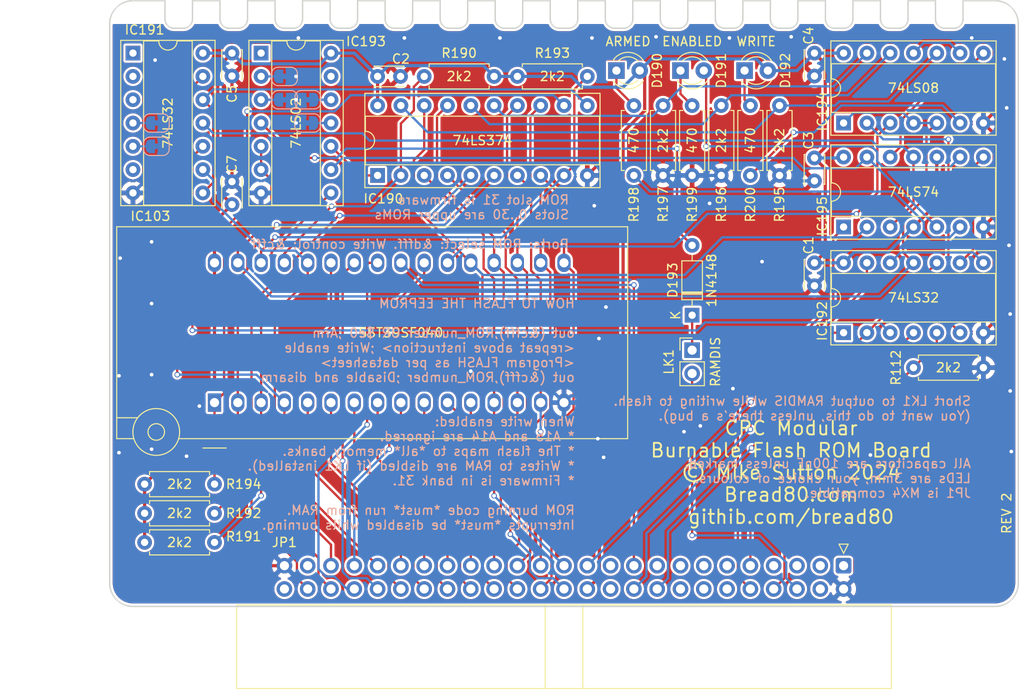
<source format=kicad_pcb>
(kicad_pcb (version 20171130) (host pcbnew "(5.1.12)-1")
  (layers (0 F.Cu signal) (31 B.Cu signal) (34 B.Paste user) (35 F.Paste user) (36 B.SilkS user) (37 F.SilkS user) (38 B.Mask user) (39 F.Mask user) (44 Edge.Cuts user))
  (net 0 "")
  (net 1 GND)
  (net 2 +5V)
  (net 3 D2)
  (net 4 ROM17)
  (net 5 D1)
  (net 6 ROM14)
  (net 7 D0)
  (net 8 A13)
  (net 9 A0)
  (net 10 A8)
  (net 11 A1)
  (net 12 A9)
  (net 13 A2)
  (net 14 A11)
  (net 15 A3)
  (net 16 A4)
  (net 17 A10)
  (net 18 A5)
  (net 19 "Net-(IC103-Pad22)")
  (net 20 A6)
  (net 21 D6)
  (net 22 A7)
  (net 23 A12)
  (net 24 D5)
  (net 25 ROM15)
  (net 26 D4)
  (net 27 ROM16)
  (net 28 D3)
  (net 29 ROM18)
  (net 30 "Net-(IC190-Pad19)")
  (net 31 D7)
  (net 32 "Net-(IC190-Pad16)")
  (net 33 "Net-(IC190-Pad15)")
  (net 34 "Net-(IC190-Pad11)")
  (net 35 "Net-(IC190-Pad1)")
  (net 36 "Net-(IC192-Pad6)")
  (net 37 /ROM/~WRITE_EN)
  (net 38 A15)
  (net 39 "Net-(IC194-Pad6)")
  (net 40 "Net-(IC194-Pad11)")
  (net 41 "Net-(IC194-Pad8)")
  (net 42 "Net-(JP1-Pad22)")
  (net 43 "Net-(JP1-Pad21)")
  (net 44 "Net-(IC193-Pad13)")
  (net 45 "Net-(IC191-Pad11)")
  (net 46 /~ROMEN)
  (net 47 /ROMDIS)
  (net 48 "Net-(JP1-Pad47)")
  (net 49 "Net-(JP1-Pad15)")
  (net 50 /~IORQ)
  (net 51 /~WR)
  (net 52 /~MREQ)
  (net 53 /~RD)
  (net 54 /~RESET)
  (net 55 "Net-(JP1-Pad16)")
  (net 56 "Net-(JP1-Pad14)")
  (net 57 "Net-(JP1-Pad12)")
  (net 58 "Net-(JP1-Pad4)")
  (net 59 "Net-(JP1-Pad17)")
  (net 60 "Net-(JP1-Pad13)")
  (net 61 "Net-(JP1-Pad11)")
  (net 62 "Net-(JP1-Pad7)")
  (net 63 "Net-(JP1-Pad5)")
  (net 64 "Net-(JP1-Pad3)")
  (net 65 "Net-(IC191-Pad6)")
  (net 66 "Net-(IC192-Pad12)")
  (net 67 "Net-(JP1-Pad50)")
  (net 68 "Net-(JP1-Pad1)")
  (net 69 "Net-(D190-Pad1)")
  (net 70 WRITE_EN)
  (net 71 "Net-(D191-Pad1)")
  (net 72 "Net-(D192-Pad1)")
  (net 73 "Net-(D193-Pad2)")
  (net 74 "Net-(D193-Pad1)")
  (net 75 WRITE)
  (net 76 /ROM/ARMED)
  (net 77 ~ARMED)
  (net 78 "Net-(IC191-Pad5)")
  (net 79 "Net-(IC191-Pad4)")
  (net 80 "Net-(IC191-Pad10)")
  (net 81 /RAMDIS)
  (net 82 "Net-(IC193-Pad12)")
  (net 83 "Net-(IC193-Pad11)")
  (net 84 "Net-(IC193-Pad3)")
  (net 85 "Net-(IC193-Pad2)")
  (net 86 "Net-(IC193-Pad1)")
  (module Package_DIP:DIP-14_W7.62mm_Socket (layer F.Cu) (at 233.68 125 90)
    (fp_text reference IC195 (at 1.175 -2.33 90) (layer F.SilkS))
    (fp_text value 74LS74 (at 3.81 7.62 180) (layer F.SilkS))
    (pad 14 thru_hole oval (at 7.62 0 90) (size 1.6 1.6) (drill 0.8) (layers *.Cu *.Mask) (net 2 +5V))
    (pad 7 thru_hole oval (at 0 15.24 90) (size 1.6 1.6) (drill 0.8) (layers *.Cu *.Mask) (net 1 GND))
    (pad 13 thru_hole oval (at 7.62 2.54 90) (size 1.6 1.6) (drill 0.8) (layers *.Cu *.Mask) (net 76 /ROM/ARMED))
    (pad 6 thru_hole oval (at 0 12.7 90) (size 1.6 1.6) (drill 0.8) (layers *.Cu *.Mask) (net 77 ~ARMED))
    (pad 12 thru_hole oval (at 7.62 5.08 90) (size 1.6 1.6) (drill 0.8) (layers *.Cu *.Mask) (net 41 "Net-(IC194-Pad8)"))
    (pad 5 thru_hole oval (at 0 10.16 90) (size 1.6 1.6) (drill 0.8) (layers *.Cu *.Mask) (net 76 /ROM/ARMED))
    (pad 11 thru_hole oval (at 7.62 7.62 90) (size 1.6 1.6) (drill 0.8) (layers *.Cu *.Mask) (net 45 "Net-(IC191-Pad11)"))
    (pad 4 thru_hole oval (at 0 7.62 90) (size 1.6 1.6) (drill 0.8) (layers *.Cu *.Mask) (net 2 +5V))
    (pad 10 thru_hole oval (at 7.62 10.16 90) (size 1.6 1.6) (drill 0.8) (layers *.Cu *.Mask) (net 2 +5V))
    (pad 3 thru_hole oval (at 0 5.08 90) (size 1.6 1.6) (drill 0.8) (layers *.Cu *.Mask) (net 45 "Net-(IC191-Pad11)"))
    (pad 9 thru_hole oval (at 7.62 12.7 90) (size 1.6 1.6) (drill 0.8) (layers *.Cu *.Mask) (net 70 WRITE_EN))
    (pad 2 thru_hole oval (at 0 2.54 90) (size 1.6 1.6) (drill 0.8) (layers *.Cu *.Mask) (net 31 D7))
    (pad 8 thru_hole oval (at 7.62 15.24 90) (size 1.6 1.6) (drill 0.8) (layers *.Cu *.Mask) (net 37 /ROM/~WRITE_EN))
    (pad 1 thru_hole rect (at 0 0 90) (size 1.6 1.6) (drill 0.8) (layers *.Cu *.Mask) (net 54 /~RESET))
  )
  (module Jumper:SolderJumper-2_P1.3mm_Bridged_RoundedPad1.0x1.5mm (layer B.Cu) (at 172.735 111.125)
    (fp_text reference JP5 hide)
    (fp_text value Jumper_NC_Small hide)
    (fp_poly (pts (xy 0.25 0.3) (xy -0.25 0.3) (xy -0.25 -0.3) (xy 0.25 -0.3)) (layer B.Cu) (width 0))
    (pad 1 smd custom (at -0.65 0) (size 1 0.5) (layers B.Cu B.Mask) (net 84 "Net-(IC193-Pad3)") (options (clearance outline) (anchor rect)) (primitives (gr_circle (center 0 -0.25) (end 0.5 -0.25) (width 0)) (gr_circle (center 0 0.25) (end 0.5 0.25) (width 0)) (gr_poly (pts (xy 0 0.75) (xy 0.5 0.75) (xy 0.5 -0.75) (xy 0 -0.75)) (width 0))))
    (pad 2 smd custom (at 0.65 0) (size 1 0.5) (layers B.Cu B.Mask) (net 1 GND) (options (clearance outline) (anchor rect)) (primitives (gr_circle (center 0 -0.25) (end 0.5 -0.25) (width 0)) (gr_circle (center 0 0.25) (end 0.5 0.25) (width 0)) (gr_poly (pts (xy 0 0.75) (xy -0.5 0.75) (xy -0.5 -0.75) (xy 0 -0.75)) (width 0))))
  )
  (module Jumper:SolderJumper-2_P1.3mm_Bridged_RoundedPad1.0x1.5mm (layer B.Cu) (at 158.765 116.205)
    (fp_text reference JP7 hide)
    (fp_text value Jumper_NC_Small hide)
    (fp_poly (pts (xy 0.25 0.3) (xy -0.25 0.3) (xy -0.25 -0.3) (xy 0.25 -0.3)) (layer B.Cu) (width 0))
    (pad 1 smd custom (at -0.65 0) (size 1 0.5) (layers B.Cu B.Mask) (net 78 "Net-(IC191-Pad5)") (options (clearance outline) (anchor rect)) (primitives (gr_circle (center 0 -0.25) (end 0.5 -0.25) (width 0)) (gr_circle (center 0 0.25) (end 0.5 0.25) (width 0)) (gr_poly (pts (xy 0 0.75) (xy 0.5 0.75) (xy 0.5 -0.75) (xy 0 -0.75)) (width 0))))
    (pad 2 smd custom (at 0.65 0) (size 1 0.5) (layers B.Cu B.Mask) (net 1 GND) (options (clearance outline) (anchor rect)) (primitives (gr_circle (center 0 -0.25) (end 0.5 -0.25) (width 0)) (gr_circle (center 0 0.25) (end 0.5 0.25) (width 0)) (gr_poly (pts (xy 0 0.75) (xy -0.5 0.75) (xy -0.5 -0.75) (xy 0 -0.75)) (width 0))))
  )
  (module Jumper:SolderJumper-2_P1.3mm_Bridged_RoundedPad1.0x1.5mm (layer B.Cu) (at 158.765 113.665)
    (fp_text reference JP6 hide)
    (fp_text value Jumper_NC_Small hide)
    (fp_poly (pts (xy 0.25 0.3) (xy -0.25 0.3) (xy -0.25 -0.3) (xy 0.25 -0.3)) (layer B.Cu) (width 0))
    (pad 1 smd custom (at -0.65 0) (size 1 0.5) (layers B.Cu B.Mask) (net 79 "Net-(IC191-Pad4)") (options (clearance outline) (anchor rect)) (primitives (gr_circle (center 0 -0.25) (end 0.5 -0.25) (width 0)) (gr_circle (center 0 0.25) (end 0.5 0.25) (width 0)) (gr_poly (pts (xy 0 0.75) (xy 0.5 0.75) (xy 0.5 -0.75) (xy 0 -0.75)) (width 0))))
    (pad 2 smd custom (at 0.65 0) (size 1 0.5) (layers B.Cu B.Mask) (net 1 GND) (options (clearance outline) (anchor rect)) (primitives (gr_circle (center 0 -0.25) (end 0.5 -0.25) (width 0)) (gr_circle (center 0 0.25) (end 0.5 0.25) (width 0)) (gr_poly (pts (xy 0 0.75) (xy -0.5 0.75) (xy -0.5 -0.75) (xy 0 -0.75)) (width 0))))
  )
  (module Jumper:SolderJumper-2_P1.3mm_Bridged_RoundedPad1.0x1.5mm (layer B.Cu) (at 172.735 108.585)
    (fp_text reference JP4 hide)
    (fp_text value Jumper_NC_Small hide)
    (fp_poly (pts (xy 0.25 0.3) (xy -0.25 0.3) (xy -0.25 -0.3) (xy 0.25 -0.3)) (layer B.Cu) (width 0))
    (pad 1 smd custom (at -0.65 0) (size 1 0.5) (layers B.Cu B.Mask) (net 85 "Net-(IC193-Pad2)") (options (clearance outline) (anchor rect)) (primitives (gr_circle (center 0 -0.25) (end 0.5 -0.25) (width 0)) (gr_circle (center 0 0.25) (end 0.5 0.25) (width 0)) (gr_poly (pts (xy 0 0.75) (xy 0.5 0.75) (xy 0.5 -0.75) (xy 0 -0.75)) (width 0))))
    (pad 2 smd custom (at 0.65 0) (size 1 0.5) (layers B.Cu B.Mask) (net 1 GND) (options (clearance outline) (anchor rect)) (primitives (gr_circle (center 0 -0.25) (end 0.5 -0.25) (width 0)) (gr_circle (center 0 0.25) (end 0.5 0.25) (width 0)) (gr_poly (pts (xy 0 0.75) (xy -0.5 0.75) (xy -0.5 -0.75) (xy 0 -0.75)) (width 0))))
  )
  (module Jumper:SolderJumper-2_P1.3mm_Bridged_RoundedPad1.0x1.5mm (layer B.Cu) (at 175.275 111.125 180)
    (fp_text reference JP3 hide)
    (fp_text value Jumper_NC_Small hide)
    (fp_poly (pts (xy 0.25 0.3) (xy -0.25 0.3) (xy -0.25 -0.3) (xy 0.25 -0.3)) (layer B.Cu) (width 0))
    (pad 1 smd custom (at -0.65 0 180) (size 1 0.5) (layers B.Cu B.Mask) (net 82 "Net-(IC193-Pad12)") (options (clearance outline) (anchor rect)) (primitives (gr_circle (center 0 -0.25) (end 0.5 -0.25) (width 0)) (gr_circle (center 0 0.25) (end 0.5 0.25) (width 0)) (gr_poly (pts (xy 0 0.75) (xy 0.5 0.75) (xy 0.5 -0.75) (xy 0 -0.75)) (width 0))))
    (pad 2 smd custom (at 0.65 0 180) (size 1 0.5) (layers B.Cu B.Mask) (net 1 GND) (options (clearance outline) (anchor rect)) (primitives (gr_circle (center 0 -0.25) (end 0.5 -0.25) (width 0)) (gr_circle (center 0 0.25) (end 0.5 0.25) (width 0)) (gr_poly (pts (xy 0 0.75) (xy -0.5 0.75) (xy -0.5 -0.75) (xy 0 -0.75)) (width 0))))
  )
  (module Jumper:SolderJumper-2_P1.3mm_Bridged_RoundedPad1.0x1.5mm (layer B.Cu) (at 175.245 113.665 180)
    (fp_text reference JP2 hide)
    (fp_text value Jumper_NC_Small hide)
    (fp_poly (pts (xy 0.25 0.3) (xy -0.25 0.3) (xy -0.25 -0.3) (xy 0.25 -0.3)) (layer B.Cu) (width 0))
    (pad 1 smd custom (at -0.65 0 180) (size 1 0.5) (layers B.Cu B.Mask) (net 83 "Net-(IC193-Pad11)") (options (clearance outline) (anchor rect)) (primitives (gr_circle (center 0 -0.25) (end 0.5 -0.25) (width 0)) (gr_circle (center 0 0.25) (end 0.5 0.25) (width 0)) (gr_poly (pts (xy 0 0.75) (xy 0.5 0.75) (xy 0.5 -0.75) (xy 0 -0.75)) (width 0))))
    (pad 2 smd custom (at 0.65 0 180) (size 1 0.5) (layers B.Cu B.Mask) (net 1 GND) (options (clearance outline) (anchor rect)) (primitives (gr_circle (center 0 -0.25) (end 0.5 -0.25) (width 0)) (gr_circle (center 0 0.25) (end 0.5 0.25) (width 0)) (gr_poly (pts (xy 0 0.75) (xy -0.5 0.75) (xy -0.5 -0.75) (xy 0 -0.75)) (width 0))))
  )
  (module Package_DIP:DIP-14_W7.62mm_Socket (layer F.Cu) (at 170.18 106.045)
    (fp_text reference IC193 (at 11.43 -1.27) (layer F.SilkS))
    (fp_text value 74LS02 (at 3.81 7.62 90) (layer F.SilkS))
    (pad 14 thru_hole oval (at 7.62 0) (size 1.6 1.6) (drill 0.8) (layers *.Cu *.Mask) (net 2 +5V))
    (pad 7 thru_hole oval (at 0 15.24) (size 1.6 1.6) (drill 0.8) (layers *.Cu *.Mask) (net 1 GND))
    (pad 13 thru_hole oval (at 7.62 2.54) (size 1.6 1.6) (drill 0.8) (layers *.Cu *.Mask) (net 44 "Net-(IC193-Pad13)"))
    (pad 6 thru_hole oval (at 0 12.7) (size 1.6 1.6) (drill 0.8) (layers *.Cu *.Mask) (net 75 WRITE))
    (pad 12 thru_hole oval (at 7.62 5.08) (size 1.6 1.6) (drill 0.8) (layers *.Cu *.Mask) (net 82 "Net-(IC193-Pad12)"))
    (pad 5 thru_hole oval (at 0 10.16) (size 1.6 1.6) (drill 0.8) (layers *.Cu *.Mask) (net 75 WRITE))
    (pad 11 thru_hole oval (at 7.62 7.62) (size 1.6 1.6) (drill 0.8) (layers *.Cu *.Mask) (net 83 "Net-(IC193-Pad11)"))
    (pad 4 thru_hole oval (at 0 7.62) (size 1.6 1.6) (drill 0.8) (layers *.Cu *.Mask) (net 73 "Net-(D193-Pad2)"))
    (pad 10 thru_hole oval (at 7.62 10.16) (size 1.6 1.6) (drill 0.8) (layers *.Cu *.Mask) (net 35 "Net-(IC190-Pad1)"))
    (pad 3 thru_hole oval (at 0 5.08) (size 1.6 1.6) (drill 0.8) (layers *.Cu *.Mask) (net 84 "Net-(IC193-Pad3)"))
    (pad 9 thru_hole oval (at 7.62 12.7) (size 1.6 1.6) (drill 0.8) (layers *.Cu *.Mask) (net 76 /ROM/ARMED))
    (pad 2 thru_hole oval (at 0 2.54) (size 1.6 1.6) (drill 0.8) (layers *.Cu *.Mask) (net 85 "Net-(IC193-Pad2)"))
    (pad 8 thru_hole oval (at 7.62 15.24) (size 1.6 1.6) (drill 0.8) (layers *.Cu *.Mask) (net 38 A15))
    (pad 1 thru_hole rect (at 0 0) (size 1.6 1.6) (drill 0.8) (layers *.Cu *.Mask) (net 86 "Net-(IC193-Pad1)"))
  )
  (module Package_DIP:DIP-14_W7.62mm_Socket (layer F.Cu) (at 233.68 113.665 90)
    (fp_text reference IC194 (at 1.27 -2.33 90) (layer F.SilkS))
    (fp_text value 74LS08 (at 3.81 7.62 180) (layer F.SilkS))
    (pad 14 thru_hole oval (at 7.62 0 90) (size 1.6 1.6) (drill 0.8) (layers *.Cu *.Mask) (net 2 +5V))
    (pad 7 thru_hole oval (at 0 15.24 90) (size 1.6 1.6) (drill 0.8) (layers *.Cu *.Mask) (net 1 GND))
    (pad 13 thru_hole oval (at 7.62 2.54 90) (size 1.6 1.6) (drill 0.8) (layers *.Cu *.Mask) (net 33 "Net-(IC190-Pad15)"))
    (pad 6 thru_hole oval (at 0 12.7 90) (size 1.6 1.6) (drill 0.8) (layers *.Cu *.Mask) (net 39 "Net-(IC194-Pad6)"))
    (pad 12 thru_hole oval (at 7.62 5.08 90) (size 1.6 1.6) (drill 0.8) (layers *.Cu *.Mask) (net 32 "Net-(IC190-Pad16)"))
    (pad 5 thru_hole oval (at 0 10.16 90) (size 1.6 1.6) (drill 0.8) (layers *.Cu *.Mask) (net 75 WRITE))
    (pad 11 thru_hole oval (at 7.62 7.62 90) (size 1.6 1.6) (drill 0.8) (layers *.Cu *.Mask) (net 40 "Net-(IC194-Pad11)"))
    (pad 4 thru_hole oval (at 0 7.62 90) (size 1.6 1.6) (drill 0.8) (layers *.Cu *.Mask) (net 75 WRITE))
    (pad 10 thru_hole oval (at 7.62 10.16 90) (size 1.6 1.6) (drill 0.8) (layers *.Cu *.Mask) (net 30 "Net-(IC190-Pad19)"))
    (pad 3 thru_hole oval (at 0 5.08 90) (size 1.6 1.6) (drill 0.8) (layers *.Cu *.Mask) (net 19 "Net-(IC103-Pad22)"))
    (pad 9 thru_hole oval (at 7.62 12.7 90) (size 1.6 1.6) (drill 0.8) (layers *.Cu *.Mask) (net 40 "Net-(IC194-Pad11)"))
    (pad 2 thru_hole oval (at 0 2.54 90) (size 1.6 1.6) (drill 0.8) (layers *.Cu *.Mask) (net 36 "Net-(IC192-Pad6)"))
    (pad 8 thru_hole oval (at 7.62 15.24 90) (size 1.6 1.6) (drill 0.8) (layers *.Cu *.Mask) (net 41 "Net-(IC194-Pad8)"))
    (pad 1 thru_hole rect (at 0 0 90) (size 1.6 1.6) (drill 0.8) (layers *.Cu *.Mask) (net 75 WRITE))
  )
  (module Package_DIP:DIP-14_W7.62mm_Socket (layer F.Cu) (at 233.68 136.525 90)
    (fp_text reference IC192 (at 1.27 -2.33 90) (layer F.SilkS))
    (fp_text value 74LS32 (at 3.81 7.62 180) (layer F.SilkS))
    (pad 14 thru_hole oval (at 7.62 0 90) (size 1.6 1.6) (drill 0.8) (layers *.Cu *.Mask) (net 2 +5V))
    (pad 7 thru_hole oval (at 0 15.24 90) (size 1.6 1.6) (drill 0.8) (layers *.Cu *.Mask) (net 1 GND))
    (pad 13 thru_hole oval (at 7.62 2.54 90) (size 1.6 1.6) (drill 0.8) (layers *.Cu *.Mask) (net 52 /~MREQ))
    (pad 6 thru_hole oval (at 0 12.7 90) (size 1.6 1.6) (drill 0.8) (layers *.Cu *.Mask) (net 36 "Net-(IC192-Pad6)"))
    (pad 12 thru_hole oval (at 7.62 5.08 90) (size 1.6 1.6) (drill 0.8) (layers *.Cu *.Mask) (net 66 "Net-(IC192-Pad12)"))
    (pad 5 thru_hole oval (at 0 10.16 90) (size 1.6 1.6) (drill 0.8) (layers *.Cu *.Mask) (net 47 /ROMDIS))
    (pad 11 thru_hole oval (at 7.62 7.62 90) (size 1.6 1.6) (drill 0.8) (layers *.Cu *.Mask) (net 75 WRITE))
    (pad 4 thru_hole oval (at 0 7.62 90) (size 1.6 1.6) (drill 0.8) (layers *.Cu *.Mask) (net 46 /~ROMEN))
    (pad 10 thru_hole oval (at 7.62 10.16 90) (size 1.6 1.6) (drill 0.8) (layers *.Cu *.Mask) (net 51 /~WR))
    (pad 3 thru_hole oval (at 0 5.08 90) (size 1.6 1.6) (drill 0.8) (layers *.Cu *.Mask) (net 80 "Net-(IC191-Pad10)"))
    (pad 9 thru_hole oval (at 7.62 12.7 90) (size 1.6 1.6) (drill 0.8) (layers *.Cu *.Mask) (net 37 /ROM/~WRITE_EN))
    (pad 2 thru_hole oval (at 0 2.54 90) (size 1.6 1.6) (drill 0.8) (layers *.Cu *.Mask) (net 51 /~WR))
    (pad 8 thru_hole oval (at 7.62 15.24 90) (size 1.6 1.6) (drill 0.8) (layers *.Cu *.Mask) (net 66 "Net-(IC192-Pad12)"))
    (pad 1 thru_hole rect (at 0 0 90) (size 1.6 1.6) (drill 0.8) (layers *.Cu *.Mask) (net 50 /~IORQ))
  )
  (module Resistor_THT:R_Axial_DIN0207_L6.3mm_D2.5mm_P7.62mm_Horizontal (layer F.Cu) (at 223.52 111.76 270)
    (fp_text reference R200 (at 10.795 0 90) (layer F.SilkS))
    (fp_text value 470 (at 3.81 0 90) (layer F.SilkS))
    (pad 2 thru_hole oval (at 7.62 0 270) (size 1.6 1.6) (drill 0.8) (layers *.Cu *.Mask) (net 39 "Net-(IC194-Pad6)"))
    (pad 1 thru_hole circle (at 0 0 270) (size 1.6 1.6) (drill 0.8) (layers *.Cu *.Mask) (net 72 "Net-(D192-Pad1)"))
  )
  (module Resistor_THT:R_Axial_DIN0207_L6.3mm_D2.5mm_P7.62mm_Horizontal (layer F.Cu) (at 217.17 111.76 270)
    (fp_text reference R199 (at 10.795 0 90) (layer F.SilkS))
    (fp_text value 470 (at 3.81 0 90) (layer F.SilkS))
    (pad 2 thru_hole oval (at 7.62 0 270) (size 1.6 1.6) (drill 0.8) (layers *.Cu *.Mask) (net 1 GND))
    (pad 1 thru_hole circle (at 0 0 270) (size 1.6 1.6) (drill 0.8) (layers *.Cu *.Mask) (net 71 "Net-(D191-Pad1)"))
  )
  (module Resistor_THT:R_Axial_DIN0207_L6.3mm_D2.5mm_P7.62mm_Horizontal (layer F.Cu) (at 210.82 111.76 270)
    (fp_text reference R198 (at 10.795 0 90) (layer F.SilkS))
    (fp_text value 470 (at 3.81 0 90) (layer F.SilkS))
    (pad 2 thru_hole oval (at 7.62 0 270) (size 1.6 1.6) (drill 0.8) (layers *.Cu *.Mask) (net 77 ~ARMED))
    (pad 1 thru_hole circle (at 0 0 270) (size 1.6 1.6) (drill 0.8) (layers *.Cu *.Mask) (net 69 "Net-(D190-Pad1)"))
  )
  (module Resistor_THT:R_Axial_DIN0207_L6.3mm_D2.5mm_P7.62mm_Horizontal (layer F.Cu) (at 213.995 119.38 90)
    (fp_text reference R197 (at -3.175 0 90) (layer F.SilkS))
    (fp_text value 2k2 (at 3.81 0 90) (layer F.SilkS))
    (pad 2 thru_hole oval (at 7.62 0 90) (size 1.6 1.6) (drill 0.8) (layers *.Cu *.Mask) (net 33 "Net-(IC190-Pad15)"))
    (pad 1 thru_hole circle (at 0 0 90) (size 1.6 1.6) (drill 0.8) (layers *.Cu *.Mask) (net 1 GND))
  )
  (module Resistor_THT:R_Axial_DIN0207_L6.3mm_D2.5mm_P7.62mm_Horizontal (layer F.Cu) (at 220.345 119.38 90)
    (fp_text reference R196 (at -3.175 0 90) (layer F.SilkS))
    (fp_text value 2k2 (at 3.81 0 90) (layer F.SilkS))
    (pad 2 thru_hole oval (at 7.62 0 90) (size 1.6 1.6) (drill 0.8) (layers *.Cu *.Mask) (net 32 "Net-(IC190-Pad16)"))
    (pad 1 thru_hole circle (at 0 0 90) (size 1.6 1.6) (drill 0.8) (layers *.Cu *.Mask) (net 1 GND))
  )
  (module Resistor_THT:R_Axial_DIN0207_L6.3mm_D2.5mm_P7.62mm_Horizontal (layer F.Cu) (at 226.695 119.38 90)
    (fp_text reference R195 (at -3.175 0 90) (layer F.SilkS))
    (fp_text value 2k2 (at 3.81 0 90) (layer F.SilkS))
    (pad 2 thru_hole oval (at 7.62 0 90) (size 1.6 1.6) (drill 0.8) (layers *.Cu *.Mask) (net 30 "Net-(IC190-Pad19)"))
    (pad 1 thru_hole circle (at 0 0 90) (size 1.6 1.6) (drill 0.8) (layers *.Cu *.Mask) (net 1 GND))
  )
  (module Diode_THT:D_DO-35_SOD27_P7.62mm_Horizontal (layer F.Cu) (at 217.17 134.62 90)
    (fp_text reference D193 (at 3.81 -2.12 90) (layer F.SilkS))
    (fp_text value 1N4148 (at 3.81 2.12 90) (layer F.SilkS))
    (fp_text user K (at 0 -1.8 90) (layer F.SilkS))
    (pad 2 thru_hole oval (at 7.62 0 90) (size 1.6 1.6) (drill 0.8) (layers *.Cu *.Mask) (net 73 "Net-(D193-Pad2)"))
    (pad 1 thru_hole rect (at 0 0 90) (size 1.6 1.6) (drill 0.8) (layers *.Cu *.Mask) (net 74 "Net-(D193-Pad1)"))
  )
  (module LED_THT:LED_D3.0mm (layer F.Cu) (at 222.885 107.95)
    (fp_text reference D192 (at 4.445 0 90) (layer F.SilkS))
    (fp_text value WRITE (at 1.27 -3.175) (layer F.SilkS))
    (pad 2 thru_hole circle (at 2.54 0) (size 1.8 1.8) (drill 0.9) (layers *.Cu *.Mask) (net 2 +5V))
    (pad 1 thru_hole rect (at 0 0) (size 1.8 1.8) (drill 0.9) (layers *.Cu *.Mask) (net 72 "Net-(D192-Pad1)"))
  )
  (module LED_THT:LED_D3.0mm (layer F.Cu) (at 215.9 107.95)
    (fp_text reference D191 (at 4.445 0 90) (layer F.SilkS))
    (fp_text value ENABLED (at 1.27 -3.175) (layer F.SilkS))
    (pad 2 thru_hole circle (at 2.54 0) (size 1.8 1.8) (drill 0.9) (layers *.Cu *.Mask) (net 70 WRITE_EN))
    (pad 1 thru_hole rect (at 0 0) (size 1.8 1.8) (drill 0.9) (layers *.Cu *.Mask) (net 71 "Net-(D191-Pad1)"))
  )
  (module LED_THT:LED_D3.0mm (layer F.Cu) (at 208.915 107.95)
    (fp_text reference D190 (at 4.445 0 90) (layer F.SilkS))
    (fp_text value ARMED (at 1.27 -3.175) (layer F.SilkS))
    (pad 2 thru_hole circle (at 2.54 0) (size 1.8 1.8) (drill 0.9) (layers *.Cu *.Mask) (net 2 +5V))
    (pad 1 thru_hole rect (at 0 0) (size 1.8 1.8) (drill 0.9) (layers *.Cu *.Mask) (net 69 "Net-(D190-Pad1)"))
  )
  (module Socket:DIP_Socket-32_W11.9_W12.7_W15.24_W17.78_W18.5_3M_232-1285-00-0602J (layer F.Cu) (at 165.1 144.145 90)
    (fp_text reference IC103 (at 20.32 -6.985 180) (layer F.SilkS))
    (fp_text value SST39SF040 (at 7.62 20.32 180) (layer F.SilkS))
    (pad 17 thru_hole oval (at 15.24 38.1 90) (size 2 1.44) (drill 1) (layers *.Cu *.Mask) (net 28 D3))
    (pad 16 thru_hole oval (at 0 38.1 90) (size 2 1.44) (drill 1) (layers *.Cu *.Mask) (net 1 GND))
    (pad 18 thru_hole oval (at 15.24 35.56 90) (size 2 1.44) (drill 1) (layers *.Cu *.Mask) (net 26 D4))
    (pad 15 thru_hole oval (at 0 35.56 90) (size 2 1.44) (drill 1) (layers *.Cu *.Mask) (net 3 D2))
    (pad 19 thru_hole oval (at 15.24 33.02 90) (size 2 1.44) (drill 1) (layers *.Cu *.Mask) (net 24 D5))
    (pad 14 thru_hole oval (at 0 33.02 90) (size 2 1.44) (drill 1) (layers *.Cu *.Mask) (net 5 D1))
    (pad 20 thru_hole oval (at 15.24 30.48 90) (size 2 1.44) (drill 1) (layers *.Cu *.Mask) (net 21 D6))
    (pad 13 thru_hole oval (at 0 30.48 90) (size 2 1.44) (drill 1) (layers *.Cu *.Mask) (net 7 D0))
    (pad 21 thru_hole oval (at 15.24 27.94 90) (size 2 1.44) (drill 1) (layers *.Cu *.Mask) (net 31 D7))
    (pad 12 thru_hole oval (at 0 27.94 90) (size 2 1.44) (drill 1) (layers *.Cu *.Mask) (net 9 A0))
    (pad 22 thru_hole oval (at 15.24 25.4 90) (size 2 1.44) (drill 1) (layers *.Cu *.Mask) (net 19 "Net-(IC103-Pad22)"))
    (pad 11 thru_hole oval (at 0 25.4 90) (size 2 1.44) (drill 1) (layers *.Cu *.Mask) (net 11 A1))
    (pad 23 thru_hole oval (at 15.24 22.86 90) (size 2 1.44) (drill 1) (layers *.Cu *.Mask) (net 17 A10))
    (pad 10 thru_hole oval (at 0 22.86 90) (size 2 1.44) (drill 1) (layers *.Cu *.Mask) (net 13 A2))
    (pad 24 thru_hole oval (at 15.24 20.32 90) (size 2 1.44) (drill 1) (layers *.Cu *.Mask) (net 53 /~RD))
    (pad 9 thru_hole oval (at 0 20.32 90) (size 2 1.44) (drill 1) (layers *.Cu *.Mask) (net 15 A3))
    (pad 25 thru_hole oval (at 15.24 17.78 90) (size 2 1.44) (drill 1) (layers *.Cu *.Mask) (net 14 A11))
    (pad 8 thru_hole oval (at 0 17.78 90) (size 2 1.44) (drill 1) (layers *.Cu *.Mask) (net 16 A4))
    (pad 26 thru_hole oval (at 15.24 15.24 90) (size 2 1.44) (drill 1) (layers *.Cu *.Mask) (net 12 A9))
    (pad 7 thru_hole oval (at 0 15.24 90) (size 2 1.44) (drill 1) (layers *.Cu *.Mask) (net 18 A5))
    (pad 27 thru_hole oval (at 15.24 12.7 90) (size 2 1.44) (drill 1) (layers *.Cu *.Mask) (net 10 A8))
    (pad 6 thru_hole oval (at 0 12.7 90) (size 2 1.44) (drill 1) (layers *.Cu *.Mask) (net 20 A6))
    (pad 28 thru_hole oval (at 15.24 10.16 90) (size 2 1.44) (drill 1) (layers *.Cu *.Mask) (net 8 A13))
    (pad 5 thru_hole oval (at 0 10.16 90) (size 2 1.44) (drill 1) (layers *.Cu *.Mask) (net 22 A7))
    (pad 29 thru_hole oval (at 15.24 7.62 90) (size 2 1.44) (drill 1) (layers *.Cu *.Mask) (net 6 ROM14))
    (pad 4 thru_hole oval (at 0 7.62 90) (size 2 1.44) (drill 1) (layers *.Cu *.Mask) (net 23 A12))
    (pad 30 thru_hole oval (at 15.24 5.08 90) (size 2 1.44) (drill 1) (layers *.Cu *.Mask) (net 4 ROM17))
    (pad 3 thru_hole oval (at 0 5.08 90) (size 2 1.44) (drill 1) (layers *.Cu *.Mask) (net 25 ROM15))
    (pad 31 thru_hole oval (at 15.24 2.54 90) (size 2 1.44) (drill 1) (layers *.Cu *.Mask) (net 75 WRITE))
    (pad 2 thru_hole oval (at 0 2.54 90) (size 2 1.44) (drill 1) (layers *.Cu *.Mask) (net 27 ROM16))
    (pad 32 thru_hole oval (at 15.24 0 90) (size 2 1.44) (drill 1) (layers *.Cu *.Mask) (net 2 +5V))
    (pad 1 thru_hole rect (at 0 0 90) (size 2 1.44) (drill 1) (layers *.Cu *.Mask) (net 29 ROM18))
  )
  (module Connector_IDC:IDC-Header_2x25_P2.54mm_Horizontal (layer F.Cu) (at 233.68 161.925 270)
    (fp_text reference JP1 (at -2.54 60.96 180) (layer F.SilkS))
    (fp_text value Conn_02x25_Odd_Even)
    (pad 50 thru_hole circle (at 2.54 60.96 270) (size 1.7 1.7) (drill 1) (layers *.Cu *.Mask) (net 67 "Net-(JP1-Pad50)"))
    (pad 48 thru_hole circle (at 2.54 58.42 270) (size 1.7 1.7) (drill 1) (layers *.Cu *.Mask) (net 38 A15))
    (pad 46 thru_hole circle (at 2.54 55.88 270) (size 1.7 1.7) (drill 1) (layers *.Cu *.Mask) (net 8 A13))
    (pad 44 thru_hole circle (at 2.54 53.34 270) (size 1.7 1.7) (drill 1) (layers *.Cu *.Mask) (net 14 A11))
    (pad 42 thru_hole circle (at 2.54 50.8 270) (size 1.7 1.7) (drill 1) (layers *.Cu *.Mask) (net 12 A9))
    (pad 40 thru_hole circle (at 2.54 48.26 270) (size 1.7 1.7) (drill 1) (layers *.Cu *.Mask) (net 22 A7))
    (pad 38 thru_hole circle (at 2.54 45.72 270) (size 1.7 1.7) (drill 1) (layers *.Cu *.Mask) (net 18 A5))
    (pad 36 thru_hole circle (at 2.54 43.18 270) (size 1.7 1.7) (drill 1) (layers *.Cu *.Mask) (net 15 A3))
    (pad 34 thru_hole circle (at 2.54 40.64 270) (size 1.7 1.7) (drill 1) (layers *.Cu *.Mask) (net 11 A1))
    (pad 32 thru_hole circle (at 2.54 38.1 270) (size 1.7 1.7) (drill 1) (layers *.Cu *.Mask) (net 31 D7))
    (pad 30 thru_hole circle (at 2.54 35.56 270) (size 1.7 1.7) (drill 1) (layers *.Cu *.Mask) (net 24 D5))
    (pad 28 thru_hole circle (at 2.54 33.02 270) (size 1.7 1.7) (drill 1) (layers *.Cu *.Mask) (net 28 D3))
    (pad 26 thru_hole circle (at 2.54 30.48 270) (size 1.7 1.7) (drill 1) (layers *.Cu *.Mask) (net 5 D1))
    (pad 24 thru_hole circle (at 2.54 27.94 270) (size 1.7 1.7) (drill 1) (layers *.Cu *.Mask) (net 2 +5V))
    (pad 22 thru_hole circle (at 2.54 25.4 270) (size 1.7 1.7) (drill 1) (layers *.Cu *.Mask) (net 42 "Net-(JP1-Pad22)"))
    (pad 20 thru_hole circle (at 2.54 22.86 270) (size 1.7 1.7) (drill 1) (layers *.Cu *.Mask) (net 50 /~IORQ))
    (pad 18 thru_hole circle (at 2.54 20.32 270) (size 1.7 1.7) (drill 1) (layers *.Cu *.Mask) (net 51 /~WR))
    (pad 16 thru_hole circle (at 2.54 17.78 270) (size 1.7 1.7) (drill 1) (layers *.Cu *.Mask) (net 55 "Net-(JP1-Pad16)"))
    (pad 14 thru_hole circle (at 2.54 15.24 270) (size 1.7 1.7) (drill 1) (layers *.Cu *.Mask) (net 56 "Net-(JP1-Pad14)"))
    (pad 12 thru_hole circle (at 2.54 12.7 270) (size 1.7 1.7) (drill 1) (layers *.Cu *.Mask) (net 57 "Net-(JP1-Pad12)"))
    (pad 10 thru_hole circle (at 2.54 10.16 270) (size 1.7 1.7) (drill 1) (layers *.Cu *.Mask) (net 54 /~RESET))
    (pad 8 thru_hole circle (at 2.54 7.62 270) (size 1.7 1.7) (drill 1) (layers *.Cu *.Mask) (net 47 /ROMDIS))
    (pad 6 thru_hole circle (at 2.54 5.08 270) (size 1.7 1.7) (drill 1) (layers *.Cu *.Mask) (net 81 /RAMDIS))
    (pad 4 thru_hole circle (at 2.54 2.54 270) (size 1.7 1.7) (drill 1) (layers *.Cu *.Mask) (net 58 "Net-(JP1-Pad4)"))
    (pad 2 thru_hole circle (at 2.54 0 270) (size 1.7 1.7) (drill 1) (layers *.Cu *.Mask) (net 1 GND))
    (pad 49 thru_hole circle (at 0 60.96 270) (size 1.7 1.7) (drill 1) (layers *.Cu *.Mask) (net 1 GND))
    (pad 47 thru_hole circle (at 0 58.42 270) (size 1.7 1.7) (drill 1) (layers *.Cu *.Mask) (net 48 "Net-(JP1-Pad47)"))
    (pad 45 thru_hole circle (at 0 55.88 270) (size 1.7 1.7) (drill 1) (layers *.Cu *.Mask) (net 23 A12))
    (pad 43 thru_hole circle (at 0 53.34 270) (size 1.7 1.7) (drill 1) (layers *.Cu *.Mask) (net 17 A10))
    (pad 41 thru_hole circle (at 0 50.8 270) (size 1.7 1.7) (drill 1) (layers *.Cu *.Mask) (net 10 A8))
    (pad 39 thru_hole circle (at 0 48.26 270) (size 1.7 1.7) (drill 1) (layers *.Cu *.Mask) (net 20 A6))
    (pad 37 thru_hole circle (at 0 45.72 270) (size 1.7 1.7) (drill 1) (layers *.Cu *.Mask) (net 16 A4))
    (pad 35 thru_hole circle (at 0 43.18 270) (size 1.7 1.7) (drill 1) (layers *.Cu *.Mask) (net 13 A2))
    (pad 33 thru_hole circle (at 0 40.64 270) (size 1.7 1.7) (drill 1) (layers *.Cu *.Mask) (net 9 A0))
    (pad 31 thru_hole circle (at 0 38.1 270) (size 1.7 1.7) (drill 1) (layers *.Cu *.Mask) (net 21 D6))
    (pad 29 thru_hole circle (at 0 35.56 270) (size 1.7 1.7) (drill 1) (layers *.Cu *.Mask) (net 26 D4))
    (pad 27 thru_hole circle (at 0 33.02 270) (size 1.7 1.7) (drill 1) (layers *.Cu *.Mask) (net 3 D2))
    (pad 25 thru_hole circle (at 0 30.48 270) (size 1.7 1.7) (drill 1) (layers *.Cu *.Mask) (net 7 D0))
    (pad 23 thru_hole circle (at 0 27.94 270) (size 1.7 1.7) (drill 1) (layers *.Cu *.Mask) (net 52 /~MREQ))
    (pad 21 thru_hole circle (at 0 25.4 270) (size 1.7 1.7) (drill 1) (layers *.Cu *.Mask) (net 43 "Net-(JP1-Pad21)"))
    (pad 19 thru_hole circle (at 0 22.86 270) (size 1.7 1.7) (drill 1) (layers *.Cu *.Mask) (net 53 /~RD))
    (pad 17 thru_hole circle (at 0 20.32 270) (size 1.7 1.7) (drill 1) (layers *.Cu *.Mask) (net 59 "Net-(JP1-Pad17)"))
    (pad 15 thru_hole circle (at 0 17.78 270) (size 1.7 1.7) (drill 1) (layers *.Cu *.Mask) (net 49 "Net-(JP1-Pad15)"))
    (pad 13 thru_hole circle (at 0 15.24 270) (size 1.7 1.7) (drill 1) (layers *.Cu *.Mask) (net 60 "Net-(JP1-Pad13)"))
    (pad 11 thru_hole circle (at 0 12.7 270) (size 1.7 1.7) (drill 1) (layers *.Cu *.Mask) (net 61 "Net-(JP1-Pad11)"))
    (pad 9 thru_hole circle (at 0 10.16 270) (size 1.7 1.7) (drill 1) (layers *.Cu *.Mask) (net 46 /~ROMEN))
    (pad 7 thru_hole circle (at 0 7.62 270) (size 1.7 1.7) (drill 1) (layers *.Cu *.Mask) (net 62 "Net-(JP1-Pad7)"))
    (pad 5 thru_hole circle (at 0 5.08 270) (size 1.7 1.7) (drill 1) (layers *.Cu *.Mask) (net 63 "Net-(JP1-Pad5)"))
    (pad 3 thru_hole circle (at 0 2.54 270) (size 1.7 1.7) (drill 1) (layers *.Cu *.Mask) (net 64 "Net-(JP1-Pad3)"))
    (pad 1 thru_hole roundrect (at 0 0 270) (size 1.7 1.7) (drill 1) (layers *.Cu *.Mask) (roundrect_rratio 0.1470588235294118) (net 68 "Net-(JP1-Pad1)"))
  )
  (module Package_DIP:DIP-14_W7.62mm_Socket (layer F.Cu) (at 156.21 106.045)
    (fp_text reference IC191 (at 1.27 -2.54 180) (layer F.SilkS))
    (fp_text value 74LS32 (at 3.81 7.62 90 unlocked) (layer F.SilkS))
    (pad 14 thru_hole oval (at 7.62 0) (size 1.6 1.6) (drill 0.8) (layers *.Cu *.Mask) (net 2 +5V))
    (pad 7 thru_hole oval (at 0 15.24) (size 1.6 1.6) (drill 0.8) (layers *.Cu *.Mask) (net 1 GND))
    (pad 13 thru_hole oval (at 7.62 2.54) (size 1.6 1.6) (drill 0.8) (layers *.Cu *.Mask) (net 23 A12))
    (pad 6 thru_hole oval (at 0 12.7) (size 1.6 1.6) (drill 0.8) (layers *.Cu *.Mask) (net 65 "Net-(IC191-Pad6)"))
    (pad 12 thru_hole oval (at 7.62 5.08) (size 1.6 1.6) (drill 0.8) (layers *.Cu *.Mask) (net 34 "Net-(IC190-Pad11)"))
    (pad 5 thru_hole oval (at 0 10.16) (size 1.6 1.6) (drill 0.8) (layers *.Cu *.Mask) (net 78 "Net-(IC191-Pad5)"))
    (pad 11 thru_hole oval (at 7.62 7.62) (size 1.6 1.6) (drill 0.8) (layers *.Cu *.Mask) (net 45 "Net-(IC191-Pad11)"))
    (pad 4 thru_hole oval (at 0 7.62) (size 1.6 1.6) (drill 0.8) (layers *.Cu *.Mask) (net 79 "Net-(IC191-Pad4)"))
    (pad 10 thru_hole oval (at 7.62 10.16) (size 1.6 1.6) (drill 0.8) (layers *.Cu *.Mask) (net 80 "Net-(IC191-Pad10)"))
    (pad 3 thru_hole oval (at 0 5.08) (size 1.6 1.6) (drill 0.8) (layers *.Cu *.Mask))
    (pad 9 thru_hole oval (at 7.62 12.7) (size 1.6 1.6) (drill 0.8) (layers *.Cu *.Mask) (net 8 A13))
    (pad 2 thru_hole oval (at 0 2.54) (size 1.6 1.6) (drill 0.8) (layers *.Cu *.Mask))
    (pad 8 thru_hole oval (at 7.62 15.24) (size 1.6 1.6) (drill 0.8) (layers *.Cu *.Mask) (net 34 "Net-(IC190-Pad11)"))
    (pad 1 thru_hole rect (at 0 0) (size 1.6 1.6) (drill 0.8) (layers *.Cu *.Mask))
  )
  (module Capacitor_THT:C_Disc_D3.0mm_W2.0mm_P2.50mm (layer F.Cu) (at 167.005 122.555 90)
    (fp_text reference C7 (at 4.405 0 90) (layer F.SilkS))
    (fp_text value 0.1nF)
    (pad 2 thru_hole circle (at 2.5 0 90) (size 1.6 1.6) (drill 0.8) (layers *.Cu *.Mask) (net 1 GND))
    (pad 1 thru_hole circle (at 0 0 90) (size 1.6 1.6) (drill 0.8) (layers *.Cu *.Mask) (net 2 +5V))
  )
  (module Resistor_THT:R_Axial_DIN0207_L6.3mm_D2.5mm_P7.62mm_Horizontal (layer F.Cu) (at 157.48 153.035)
    (fp_text reference R194 (at 10.795 0) (layer F.SilkS))
    (fp_text value 2k2 (at 3.81 0) (layer F.SilkS))
    (pad 2 thru_hole oval (at 7.62 0) (size 1.6 1.6) (drill 0.8) (layers *.Cu *.Mask) (net 29 ROM18))
    (pad 1 thru_hole circle (at 0 0) (size 1.6 1.6) (drill 0.8) (layers *.Cu *.Mask) (net 2 +5V))
  )
  (module Resistor_THT:R_Axial_DIN0207_L6.3mm_D2.5mm_P7.62mm_Horizontal (layer F.Cu) (at 198.12 108.585)
    (fp_text reference R193 (at 3.81 -2.54 180) (layer F.SilkS))
    (fp_text value 2k2 (at 3.81 0) (layer F.SilkS))
    (pad 2 thru_hole oval (at 7.62 0) (size 1.6 1.6) (drill 0.8) (layers *.Cu *.Mask) (net 4 ROM17))
    (pad 1 thru_hole circle (at 0 0) (size 1.6 1.6) (drill 0.8) (layers *.Cu *.Mask) (net 2 +5V))
  )
  (module Resistor_THT:R_Axial_DIN0207_L6.3mm_D2.5mm_P7.62mm_Horizontal (layer F.Cu) (at 157.48 156.21)
    (fp_text reference R192 (at 10.795 0) (layer F.SilkS))
    (fp_text value 2k2 (at 3.81 0) (layer F.SilkS))
    (pad 2 thru_hole oval (at 7.62 0) (size 1.6 1.6) (drill 0.8) (layers *.Cu *.Mask) (net 27 ROM16))
    (pad 1 thru_hole circle (at 0 0) (size 1.6 1.6) (drill 0.8) (layers *.Cu *.Mask) (net 2 +5V))
  )
  (module Resistor_THT:R_Axial_DIN0207_L6.3mm_D2.5mm_P7.62mm_Horizontal (layer F.Cu) (at 157.48 159.385)
    (fp_text reference R191 (at 10.795 -0.635) (layer F.SilkS))
    (fp_text value 2k2 (at 3.81 0) (layer F.SilkS))
    (pad 2 thru_hole oval (at 7.62 0) (size 1.6 1.6) (drill 0.8) (layers *.Cu *.Mask) (net 25 ROM15))
    (pad 1 thru_hole circle (at 0 0) (size 1.6 1.6) (drill 0.8) (layers *.Cu *.Mask) (net 2 +5V))
  )
  (module Resistor_THT:R_Axial_DIN0207_L6.3mm_D2.5mm_P7.62mm_Horizontal (layer F.Cu) (at 195.58 108.585 180)
    (fp_text reference R190 (at 3.81 2.54) (layer F.SilkS))
    (fp_text value 2k2 (at 3.81 0) (layer F.SilkS))
    (pad 2 thru_hole oval (at 7.62 0 180) (size 1.6 1.6) (drill 0.8) (layers *.Cu *.Mask) (net 6 ROM14))
    (pad 1 thru_hole circle (at 0 0 180) (size 1.6 1.6) (drill 0.8) (layers *.Cu *.Mask) (net 2 +5V))
  )
  (module Resistor_THT:R_Axial_DIN0207_L6.3mm_D2.5mm_P7.62mm_Horizontal (layer F.Cu) (at 241.3 140.335)
    (fp_text reference R112 (at -1.905 0 90) (layer F.SilkS))
    (fp_text value 2k2 (at 3.81 0) (layer F.SilkS))
    (pad 2 thru_hole oval (at 7.62 0) (size 1.6 1.6) (drill 0.8) (layers *.Cu *.Mask) (net 1 GND))
    (pad 1 thru_hole circle (at 0 0) (size 1.6 1.6) (drill 0.8) (layers *.Cu *.Mask) (net 47 /ROMDIS))
  )
  (module Connector_PinHeader_2.54mm:PinHeader_1x02_P2.54mm_Vertical (layer F.Cu) (at 217.17 138.43)
    (fp_text reference LK1 (at -2.54 1.27 270) (layer F.SilkS))
    (fp_text value RAMDIS (at 2.54 1.27 90) (layer F.SilkS))
    (pad 2 thru_hole oval (at 0 2.54) (size 1.7 1.7) (drill 1) (layers *.Cu *.Mask) (net 81 /RAMDIS))
    (pad 1 thru_hole rect (at 0 0) (size 1.7 1.7) (drill 1) (layers *.Cu *.Mask) (net 74 "Net-(D193-Pad1)"))
  )
  (module Package_DIP:DIP-20_W7.62mm_Socket (layer F.Cu) (at 182.88 119.38 90)
    (fp_text reference IC190 (at -2.54 0.635 180) (layer F.SilkS))
    (fp_text value 74LS374 (at 3.81 11.43 180) (layer F.SilkS))
    (pad 20 thru_hole oval (at 7.62 0 90) (size 1.6 1.6) (drill 0.8) (layers *.Cu *.Mask) (net 2 +5V))
    (pad 10 thru_hole oval (at 0 22.86 90) (size 1.6 1.6) (drill 0.8) (layers *.Cu *.Mask) (net 1 GND))
    (pad 19 thru_hole oval (at 7.62 2.54 90) (size 1.6 1.6) (drill 0.8) (layers *.Cu *.Mask) (net 30 "Net-(IC190-Pad19)"))
    (pad 9 thru_hole oval (at 0 20.32 90) (size 1.6 1.6) (drill 0.8) (layers *.Cu *.Mask) (net 4 ROM17))
    (pad 18 thru_hole oval (at 7.62 5.08 90) (size 1.6 1.6) (drill 0.8) (layers *.Cu *.Mask) (net 31 D7))
    (pad 8 thru_hole oval (at 0 17.78 90) (size 1.6 1.6) (drill 0.8) (layers *.Cu *.Mask) (net 28 D3))
    (pad 17 thru_hole oval (at 7.62 7.62 90) (size 1.6 1.6) (drill 0.8) (layers *.Cu *.Mask) (net 21 D6))
    (pad 7 thru_hole oval (at 0 15.24 90) (size 1.6 1.6) (drill 0.8) (layers *.Cu *.Mask) (net 3 D2))
    (pad 16 thru_hole oval (at 7.62 10.16 90) (size 1.6 1.6) (drill 0.8) (layers *.Cu *.Mask) (net 32 "Net-(IC190-Pad16)"))
    (pad 6 thru_hole oval (at 0 12.7 90) (size 1.6 1.6) (drill 0.8) (layers *.Cu *.Mask) (net 27 ROM16))
    (pad 15 thru_hole oval (at 7.62 12.7 90) (size 1.6 1.6) (drill 0.8) (layers *.Cu *.Mask) (net 33 "Net-(IC190-Pad15)"))
    (pad 5 thru_hole oval (at 0 10.16 90) (size 1.6 1.6) (drill 0.8) (layers *.Cu *.Mask) (net 25 ROM15))
    (pad 14 thru_hole oval (at 7.62 15.24 90) (size 1.6 1.6) (drill 0.8) (layers *.Cu *.Mask) (net 24 D5))
    (pad 4 thru_hole oval (at 0 7.62 90) (size 1.6 1.6) (drill 0.8) (layers *.Cu *.Mask) (net 5 D1))
    (pad 13 thru_hole oval (at 7.62 17.78 90) (size 1.6 1.6) (drill 0.8) (layers *.Cu *.Mask) (net 26 D4))
    (pad 3 thru_hole oval (at 0 5.08 90) (size 1.6 1.6) (drill 0.8) (layers *.Cu *.Mask) (net 7 D0))
    (pad 12 thru_hole oval (at 7.62 20.32 90) (size 1.6 1.6) (drill 0.8) (layers *.Cu *.Mask) (net 29 ROM18))
    (pad 2 thru_hole oval (at 0 2.54 90) (size 1.6 1.6) (drill 0.8) (layers *.Cu *.Mask) (net 6 ROM14))
    (pad 11 thru_hole oval (at 7.62 22.86 90) (size 1.6 1.6) (drill 0.8) (layers *.Cu *.Mask) (net 34 "Net-(IC190-Pad11)"))
    (pad 1 thru_hole rect (at 0 0 90) (size 1.6 1.6) (drill 0.8) (layers *.Cu *.Mask) (net 35 "Net-(IC190-Pad1)"))
  )
  (module Capacitor_THT:C_Disc_D3.0mm_W2.0mm_P2.50mm (layer F.Cu) (at 167.005 106.045 270)
    (fp_text reference C5 (at 4.445 0 90) (layer F.SilkS))
    (fp_text value 0.1nF)
    (pad 2 thru_hole circle (at 2.5 0 270) (size 1.6 1.6) (drill 0.8) (layers *.Cu *.Mask) (net 1 GND))
    (pad 1 thru_hole circle (at 0 0 270) (size 1.6 1.6) (drill 0.8) (layers *.Cu *.Mask) (net 2 +5V))
  )
  (module Capacitor_THT:C_Disc_D3.0mm_W2.0mm_P2.50mm (layer F.Cu) (at 230.505 106.045 270)
    (fp_text reference C4 (at -1.905 0.635 90) (layer F.SilkS))
    (fp_text value 0.1nF)
    (pad 2 thru_hole circle (at 2.5 0 270) (size 1.6 1.6) (drill 0.8) (layers *.Cu *.Mask) (net 1 GND))
    (pad 1 thru_hole circle (at 0 0 270) (size 1.6 1.6) (drill 0.8) (layers *.Cu *.Mask) (net 2 +5V))
  )
  (module Capacitor_THT:C_Disc_D3.0mm_W2.0mm_P2.50mm (layer F.Cu) (at 230.505 117.475 270)
    (fp_text reference C3 (at -1.905 0.635 90) (layer F.SilkS))
    (fp_text value 0.1nF)
    (pad 2 thru_hole circle (at 2.5 0 270) (size 1.6 1.6) (drill 0.8) (layers *.Cu *.Mask) (net 1 GND))
    (pad 1 thru_hole circle (at 0 0 270) (size 1.6 1.6) (drill 0.8) (layers *.Cu *.Mask) (net 2 +5V))
  )
  (module Capacitor_THT:C_Disc_D3.0mm_W2.0mm_P2.50mm (layer F.Cu) (at 182.88 108.585)
    (fp_text reference C2 (at 2.54 -1.905) (layer F.SilkS))
    (fp_text value 0.1nF)
    (pad 2 thru_hole circle (at 2.5 0) (size 1.6 1.6) (drill 0.8) (layers *.Cu *.Mask) (net 1 GND))
    (pad 1 thru_hole circle (at 0 0) (size 1.6 1.6) (drill 0.8) (layers *.Cu *.Mask) (net 2 +5V))
  )
  (module Capacitor_THT:C_Disc_D3.0mm_W2.0mm_P2.50mm (layer F.Cu) (at 230.505 128.905 270)
    (fp_text reference C1 (at -1.905 0.635 90) (layer F.SilkS))
    (fp_text value 0.1nF)
    (pad 2 thru_hole circle (at 2.5 0 270) (size 1.6 1.6) (drill 0.8) (layers *.Cu *.Mask) (net 1 GND))
    (pad 1 thru_hole circle (at 0 0 270) (size 1.6 1.6) (drill 0.8) (layers *.Cu *.Mask) (net 2 +5V))
  )
  (gr_text "HOW TO FLASH THE EEPROM\n\nout (&cfff),ROM_number OR $e0 ;Arm\n<repeat above instruction> ;Write enable\n<Program FLASH as per datasheet>\nout (&cfff),ROM_number ;Disable and disarm\n\n\nWhen write enabled:\n* A15 and A14 are ignored.\n* The flash maps to *all* memory banks.\n* Writes to RAM are disbled (if LK1 installed).\n* Firmware is in bank 31.\n\nROM burning code *must* run from RAM.\nInterrupts *must* be disabled whils burning." (at 204.47 145.415) (layer B.SilkS) (effects (font (size 1 1)) (justify left mirror)))
  (gr_text "ROM slot 31 is firmware\nSlots 0..30 are upper ROMs\n\nPorts: ROM select: &dfff. Write control: &cfff" (at 203.835 124.46) (layer B.SilkS) (effects (font (size 1 1)) (justify left mirror)))
  (gr_text "All capacitors are 100nF unless marked.\nLEDs are 3mm, your choice of colours.\nJP1 is MX4 compatible." (at 247.65 152.4) (layer B.SilkS) (effects (font (size 1 1)) (justify left mirror)))
  (gr_arc (start 250.19 163.83) (end 250.19 166.37) (angle -90) (layer Edge.Cuts) (width 0.15))
  (gr_arc (start 156.21 163.83) (end 153.67 163.83) (angle -90) (layer Edge.Cuts) (width 0.15))
  (gr_arc (start 156.21 102.87) (end 156.21 100.33) (angle -90) (layer Edge.Cuts) (width 0.15))
  (gr_arc (start 250.19 102.87) (end 252.73 102.87) (angle -90) (layer Edge.Cuts) (width 0.15))
  (gr_arc (start 160.7 102.33) (end 159.7 102.33) (angle -90) (layer Edge.Cuts) (width 0.15))
  (gr_line (start 246.7 100.33) (end 246.7 102.33) (layer Edge.Cuts) (width 0.15))
  (gr_line (start 156.21 100.33) (end 159.7 100.33) (layer Edge.Cuts) (width 0.15))
  (gr_line (start 239.7 103.33) (end 238.7 103.33) (layer Edge.Cuts) (width 0.15))
  (gr_arc (start 178.7 102.33) (end 177.7 102.33) (angle -90) (layer Edge.Cuts) (width 0.15))
  (gr_line (start 174.7 100.33) (end 174.7 102.33) (layer Edge.Cuts) (width 0.15))
  (gr_arc (start 167.7 102.33) (end 167.7 103.33) (angle -90) (layer Edge.Cuts) (width 0.15))
  (gr_line (start 171.7 100.33) (end 168.7 100.33) (layer Edge.Cuts) (width 0.15))
  (gr_arc (start 172.7 102.33) (end 171.7 102.33) (angle -90) (layer Edge.Cuts) (width 0.15))
  (gr_line (start 219.7 102.33) (end 219.7 100.33) (layer Edge.Cuts) (width 0.15))
  (gr_arc (start 166.7 102.33) (end 165.7 102.33) (angle -90) (layer Edge.Cuts) (width 0.15))
  (gr_line (start 243.7 100.33) (end 240.7 100.33) (layer Edge.Cuts) (width 0.15))
  (gr_line (start 250.19 100.33) (end 246.7 100.33) (layer Edge.Cuts) (width 0.15))
  (gr_line (start 177.7 102.33) (end 177.7 100.33) (layer Edge.Cuts) (width 0.15))
  (gr_line (start 173.7 103.33) (end 172.7 103.33) (layer Edge.Cuts) (width 0.15))
  (gr_line (start 161.7 103.33) (end 160.7 103.33) (layer Edge.Cuts) (width 0.15))
  (gr_line (start 243.7 102.33) (end 243.7 100.33) (layer Edge.Cuts) (width 0.15))
  (gr_arc (start 173.7 102.33) (end 173.7 103.33) (angle -90) (layer Edge.Cuts) (width 0.15))
  (gr_line (start 179.7 103.33) (end 178.7 103.33) (layer Edge.Cuts) (width 0.15))
  (gr_line (start 159.7 100.33) (end 159.7 102.33) (layer Edge.Cuts) (width 0.15))
  (gr_line (start 171.7 102.33) (end 171.7 100.33) (layer Edge.Cuts) (width 0.15))
  (gr_line (start 168.7 100.33) (end 168.7 102.33) (layer Edge.Cuts) (width 0.15))
  (gr_line (start 177.7 100.33) (end 174.7 100.33) (layer Edge.Cuts) (width 0.15))
  (gr_line (start 228.7 100.33) (end 228.7 102.33) (layer Edge.Cuts) (width 0.15))
  (gr_line (start 167.7 103.33) (end 166.7 103.33) (layer Edge.Cuts) (width 0.15))
  (gr_line (start 165.7 102.33) (end 165.7 100.33) (layer Edge.Cuts) (width 0.15))
  (gr_line (start 165.7 100.33) (end 162.7 100.33) (layer Edge.Cuts) (width 0.15))
  (gr_line (start 162.7 100.33) (end 162.7 102.33) (layer Edge.Cuts) (width 0.15))
  (gr_arc (start 161.7 102.33) (end 161.7 103.33) (angle -90) (layer Edge.Cuts) (width 0.15))
  (gr_line (start 197.7 103.33) (end 196.7 103.33) (layer Edge.Cuts) (width 0.15))
  (gr_arc (start 238.7 102.33) (end 237.7 102.33) (angle -90) (layer Edge.Cuts) (width 0.15))
  (gr_arc (start 185.7 102.33) (end 185.7 103.33) (angle -90) (layer Edge.Cuts) (width 0.15))
  (gr_arc (start 226.7 102.33) (end 225.7 102.33) (angle -90) (layer Edge.Cuts) (width 0.15))
  (gr_line (start 209.7 103.33) (end 208.7 103.33) (layer Edge.Cuts) (width 0.15))
  (gr_line (start 231.7 100.33) (end 228.7 100.33) (layer Edge.Cuts) (width 0.15))
  (gr_line (start 245.7 103.33) (end 244.7 103.33) (layer Edge.Cuts) (width 0.15))
  (gr_line (start 195.7 102.33) (end 195.7 100.33) (layer Edge.Cuts) (width 0.15))
  (gr_line (start 191.7 103.33) (end 190.7 103.33) (layer Edge.Cuts) (width 0.15))
  (gr_line (start 198.7 100.33) (end 198.7 102.33) (layer Edge.Cuts) (width 0.15))
  (gr_line (start 237.7 100.33) (end 234.7 100.33) (layer Edge.Cuts) (width 0.15))
  (gr_line (start 204.7 100.33) (end 204.7 102.33) (layer Edge.Cuts) (width 0.15))
  (gr_line (start 185.7 103.33) (end 184.7 103.33) (layer Edge.Cuts) (width 0.15))
  (gr_line (start 233.7 103.33) (end 232.7 103.33) (layer Edge.Cuts) (width 0.15))
  (gr_line (start 207.7 102.33) (end 207.7 100.33) (layer Edge.Cuts) (width 0.15))
  (gr_arc (start 220.7 102.33) (end 219.7 102.33) (angle -90) (layer Edge.Cuts) (width 0.15))
  (gr_arc (start 244.7 102.33) (end 243.7 102.33) (angle -90) (layer Edge.Cuts) (width 0.15))
  (gr_arc (start 184.7 102.33) (end 183.7 102.33) (angle -90) (layer Edge.Cuts) (width 0.15))
  (gr_line (start 221.7 103.33) (end 220.7 103.33) (layer Edge.Cuts) (width 0.15))
  (gr_line (start 203.7 103.33) (end 202.7 103.33) (layer Edge.Cuts) (width 0.15))
  (gr_line (start 201.7 100.33) (end 198.7 100.33) (layer Edge.Cuts) (width 0.15))
  (gr_line (start 183.7 100.33) (end 180.7 100.33) (layer Edge.Cuts) (width 0.15))
  (gr_arc (start 190.7 102.33) (end 189.7 102.33) (angle -90) (layer Edge.Cuts) (width 0.15))
  (gr_arc (start 215.7 102.33) (end 215.7 103.33) (angle -90) (layer Edge.Cuts) (width 0.15))
  (gr_line (start 186.7 100.33) (end 186.7 102.33) (layer Edge.Cuts) (width 0.15))
  (gr_line (start 210.7 100.33) (end 210.7 102.33) (layer Edge.Cuts) (width 0.15))
  (gr_line (start 231.7 102.33) (end 231.7 100.33) (layer Edge.Cuts) (width 0.15))
  (gr_arc (start 239.7 102.33) (end 239.7 103.33) (angle -90) (layer Edge.Cuts) (width 0.15))
  (gr_arc (start 245.7 102.33) (end 245.7 103.33) (angle -90) (layer Edge.Cuts) (width 0.15))
  (gr_arc (start 179.7 102.33) (end 179.7 103.33) (angle -90) (layer Edge.Cuts) (width 0.15))
  (gr_line (start 195.7 100.33) (end 192.7 100.33) (layer Edge.Cuts) (width 0.15))
  (gr_line (start 189.7 100.33) (end 186.7 100.33) (layer Edge.Cuts) (width 0.15))
  (gr_line (start 189.7 102.33) (end 189.7 100.33) (layer Edge.Cuts) (width 0.15))
  (gr_line (start 227.7 103.33) (end 226.7 103.33) (layer Edge.Cuts) (width 0.15))
  (gr_line (start 192.7 100.33) (end 192.7 102.33) (layer Edge.Cuts) (width 0.15))
  (gr_line (start 219.7 100.33) (end 216.7 100.33) (layer Edge.Cuts) (width 0.15))
  (gr_line (start 234.7 100.33) (end 234.7 102.33) (layer Edge.Cuts) (width 0.15))
  (gr_arc (start 203.7 102.33) (end 203.7 103.33) (angle -90) (layer Edge.Cuts) (width 0.15))
  (gr_arc (start 191.7 102.33) (end 191.7 103.33) (angle -90) (layer Edge.Cuts) (width 0.15))
  (gr_arc (start 227.7 102.33) (end 227.7 103.33) (angle -90) (layer Edge.Cuts) (width 0.15))
  (gr_arc (start 197.7 102.33) (end 197.7 103.33) (angle -90) (layer Edge.Cuts) (width 0.15))
  (gr_line (start 180.7 100.33) (end 180.7 102.33) (layer Edge.Cuts) (width 0.15))
  (gr_line (start 183.7 102.33) (end 183.7 100.33) (layer Edge.Cuts) (width 0.15))
  (gr_line (start 222.7 100.33) (end 222.7 102.33) (layer Edge.Cuts) (width 0.15))
  (gr_line (start 215.7 103.33) (end 214.7 103.33) (layer Edge.Cuts) (width 0.15))
  (gr_arc (start 233.7 102.33) (end 233.7 103.33) (angle -90) (layer Edge.Cuts) (width 0.15))
  (gr_arc (start 221.7 102.33) (end 221.7 103.33) (angle -90) (layer Edge.Cuts) (width 0.15))
  (gr_line (start 237.7 102.33) (end 237.7 100.33) (layer Edge.Cuts) (width 0.15))
  (gr_line (start 201.7 102.33) (end 201.7 100.33) (layer Edge.Cuts) (width 0.15))
  (gr_line (start 216.7 100.33) (end 216.7 102.33) (layer Edge.Cuts) (width 0.15))
  (gr_arc (start 202.7 102.33) (end 201.7 102.33) (angle -90) (layer Edge.Cuts) (width 0.15))
  (gr_arc (start 232.7 102.33) (end 231.7 102.33) (angle -90) (layer Edge.Cuts) (width 0.15))
  (gr_line (start 207.7 100.33) (end 204.7 100.33) (layer Edge.Cuts) (width 0.15))
  (gr_line (start 213.7 102.33) (end 213.7 100.33) (layer Edge.Cuts) (width 0.15))
  (gr_line (start 225.7 102.33) (end 225.7 100.33) (layer Edge.Cuts) (width 0.15))
  (gr_line (start 240.7 100.33) (end 240.7 102.33) (layer Edge.Cuts) (width 0.15))
  (gr_arc (start 214.7 102.33) (end 213.7 102.33) (angle -90) (layer Edge.Cuts) (width 0.15))
  (gr_arc (start 208.7 102.33) (end 207.7 102.33) (angle -90) (layer Edge.Cuts) (width 0.15))
  (gr_arc (start 209.7 102.33) (end 209.7 103.33) (angle -90) (layer Edge.Cuts) (width 0.15))
  (gr_line (start 213.7 100.33) (end 210.7 100.33) (layer Edge.Cuts) (width 0.15))
  (gr_arc (start 196.7 102.33) (end 195.7 102.33) (angle -90) (layer Edge.Cuts) (width 0.15))
  (gr_line (start 225.7 100.33) (end 222.7 100.33) (layer Edge.Cuts) (width 0.15))
  (gr_text "Short LK1 to output RAMDIS while writing to flash.\n(You want to do this, unless there's a bug)." (at 247.65 144.78) (layer B.SilkS) (effects (font (size 1 1)) (justify left mirror)))
  (gr_text "REV 2" (at 251.46 156.21 90) (layer F.SilkS) (effects (font (size 1 1))))
  (gr_text "CPC Modular\nBurnable Flash ROM Board\n© Mike Sutton 2024\nBread80.com\ngithib.com/bread80" (at 227.965 151.765) (layer F.SilkS) (effects (font (size 1.5 1.5) (thickness 0.2))))
  (gr_line (start 252.73 102.87) (end 252.73 163.83) (angle 90) (layer Edge.Cuts) (width 0.15))
  (gr_line (start 153.67 102.87) (end 153.67 163.83) (angle 90) (layer Edge.Cuts) (width 0.15))
  (gr_line (start 156.21 166.37) (end 250.19 166.37) (angle 90) (layer Edge.Cuts) (width 0.15))
  (segment (start 250.095001 126.270001) (end 248.92 125.095) (width 0.35) (layer F.Cu) (net 1))
  (segment (start 250.095001 135.349999) (end 250.095001 126.270001) (width 0.35) (layer F.Cu) (net 1))
  (segment (start 248.92 136.525) (end 250.095001 135.349999) (width 0.35) (layer F.Cu) (net 1))
  (via (at 163.449 144.526) (size 0.6) (drill 0.4) (layers F.Cu B.Cu) (net 1))
  (via (at 158.623 106.807) (size 0.6) (drill 0.4) (layers F.Cu B.Cu) (net 1))
  (via (at 193.04 140.716) (size 0.6) (drill 0.4) (layers F.Cu B.Cu) (net 1))
  (via (at 207.01 137.16) (size 0.6) (drill 0.4) (layers F.Cu B.Cu) (net 1))
  (via (at 207.772 133.731) (size 0.6) (drill 0.4) (layers F.Cu B.Cu) (net 1))
  (via (at 158.242 149.225) (size 0.6) (drill 0.4) (layers F.Cu B.Cu) (net 1))
  (via (at 158.242 141.097) (size 0.6) (drill 0.4) (layers F.Cu B.Cu) (net 1))
  (via (at 158.242 133.35) (size 0.6) (drill 0.4) (layers F.Cu B.Cu) (net 1))
  (via (at 158.242 126.619) (size 0.6) (drill 0.4) (layers F.Cu B.Cu) (net 1))
  (via (at 154.813 128.397) (size 0.6) (drill 0.4) (layers F.Cu B.Cu) (net 1))
  (via (at 154.686 141.224) (size 0.6) (drill 0.4) (layers F.Cu B.Cu) (net 1))
  (via (at 154.686 149.606) (size 0.6) (drill 0.4) (layers F.Cu B.Cu) (net 1))
  (via (at 247.65 104.394) (size 0.6) (drill 0.4) (layers F.Cu B.Cu) (net 1))
  (via (at 251.206 106.68) (size 0.6) (drill 0.4) (layers F.Cu B.Cu) (net 1))
  (via (at 251.46 112.014) (size 0.6) (drill 0.4) (layers F.Cu B.Cu) (net 1))
  (via (at 251.714 127) (size 0.6) (drill 0.4) (layers F.Cu B.Cu) (net 1))
  (via (at 251.841 134.493) (size 0.6) (drill 0.4) (layers F.Cu B.Cu) (net 1))
  (via (at 251.841 142.875) (size 0.6) (drill 0.4) (layers F.Cu B.Cu) (net 1))
  (via (at 251.968 149.479) (size 0.6) (drill 0.4) (layers F.Cu B.Cu) (net 1))
  (via (at 206.883 148.082) (size 0.6) (drill 0.4) (layers F.Cu B.Cu) (net 1))
  (via (at 207.518 150.114) (size 0.6) (drill 0.4) (layers F.Cu B.Cu) (net 1))
  (via (at 162.052 149.987) (size 0.6) (drill 0.4) (layers F.Cu B.Cu) (net 1))
  (via (at 216.281 147.32) (size 0.6) (drill 0.4) (layers F.Cu B.Cu) (net 1))
  (via (at 218.059 146.685) (size 0.6) (drill 0.4) (layers F.Cu B.Cu) (net 1))
  (via (at 221.615 142.621) (size 0.6) (drill 0.4) (layers F.Cu B.Cu) (net 1))
  (via (at 236.601 149.86) (size 0.6) (drill 0.4) (layers F.Cu B.Cu) (net 1))
  (segment (start 174.806433 142.76999) (end 173.81501 143.761413) (width 0.35) (layer B.Cu) (net 1))
  (segment (start 201.82499 142.76999) (end 174.806433 142.76999) (width 0.35) (layer B.Cu) (net 1))
  (segment (start 203.2 144.145) (end 201.82499 142.76999) (width 0.35) (layer B.Cu) (net 1))
  (segment (start 173.81501 160.82999) (end 173.81501 144.44699) (width 0.35) (layer B.Cu) (net 1))
  (segment (start 172.72 161.925) (end 173.81501 160.82999) (width 0.35) (layer B.Cu) (net 1))
  (segment (start 173.81501 143.761413) (end 173.81501 144.44699) (width 0.35) (layer B.Cu) (net 1))
  (segment (start 233.68 164.465) (end 234.90501 163.23999) (width 0.35) (layer F.Cu) (net 1))
  (segment (start 250.095001 114.840001) (end 248.92 113.665) (width 0.35) (layer F.Cu) (net 1))
  (segment (start 250.095001 123.824999) (end 250.095001 114.840001) (width 0.35) (layer F.Cu) (net 1))
  (segment (start 248.92 125) (end 250.095001 123.824999) (width 0.35) (layer F.Cu) (net 1))
  (segment (start 229.329999 105.480999) (end 229.329999 107.369999) (width 0.35) (layer F.Cu) (net 1))
  (segment (start 229.940999 104.869999) (end 229.329999 105.480999) (width 0.35) (layer F.Cu) (net 1))
  (segment (start 229.329999 107.369999) (end 230.505 108.545) (width 0.35) (layer F.Cu) (net 1))
  (segment (start 249.484001 104.869999) (end 229.940999 104.869999) (width 0.35) (layer F.Cu) (net 1))
  (segment (start 250.095001 105.480999) (end 249.484001 104.869999) (width 0.35) (layer F.Cu) (net 1))
  (segment (start 250.095001 112.489999) (end 250.095001 105.480999) (width 0.35) (layer F.Cu) (net 1))
  (segment (start 248.92 113.665) (end 250.095001 112.489999) (width 0.35) (layer F.Cu) (net 1))
  (segment (start 187.290001 106.674999) (end 185.38 108.585) (width 0.35) (layer F.Cu) (net 1))
  (segment (start 230.505 108.545) (end 228.634999 106.674999) (width 0.35) (layer F.Cu) (net 1))
  (segment (start 185.38 108.585) (end 181.664999 104.869999) (width 0.35) (layer F.Cu) (net 1))
  (segment (start 158.280998 161.925) (end 172.72 161.925) (width 0.35) (layer F.Cu) (net 1))
  (segment (start 156.21 159.854002) (end 158.280998 161.925) (width 0.35) (layer F.Cu) (net 1))
  (segment (start 156.21 121.285) (end 156.21 159.854002) (width 0.35) (layer F.Cu) (net 1))
  (segment (start 229.329999 121.150001) (end 230.505 119.975) (width 0.35) (layer F.Cu) (net 1))
  (segment (start 229.329999 130.229999) (end 229.329999 121.150001) (width 0.35) (layer F.Cu) (net 1))
  (segment (start 230.505 131.405) (end 229.329999 130.229999) (width 0.35) (layer F.Cu) (net 1))
  (segment (start 229.329999 118.799999) (end 229.329999 109.720001) (width 0.35) (layer F.Cu) (net 1))
  (segment (start 229.329999 109.720001) (end 230.505 108.545) (width 0.35) (layer F.Cu) (net 1))
  (segment (start 230.505 119.975) (end 229.329999 118.799999) (width 0.35) (layer F.Cu) (net 1))
  (segment (start 227.29 119.975) (end 226.695 119.38) (width 0.35) (layer B.Cu) (net 1))
  (segment (start 230.505 119.975) (end 227.29 119.975) (width 0.35) (layer B.Cu) (net 1))
  (segment (start 225.519999 118.204999) (end 221.520001 118.204999) (width 0.35) (layer B.Cu) (net 1))
  (segment (start 221.520001 118.204999) (end 220.345 119.38) (width 0.35) (layer B.Cu) (net 1))
  (segment (start 226.695 119.38) (end 225.519999 118.204999) (width 0.35) (layer B.Cu) (net 1))
  (segment (start 220.345 119.38) (end 217.17 119.38) (width 0.35) (layer B.Cu) (net 1))
  (segment (start 217.17 119.38) (end 213.995 119.38) (width 0.35) (layer B.Cu) (net 1))
  (segment (start 167.005 108.545) (end 167.005 120.055) (width 0.35) (layer F.Cu) (net 1))
  (segment (start 168.235 121.285) (end 167.005 120.055) (width 0.35) (layer B.Cu) (net 1))
  (segment (start 170.18 121.285) (end 168.235 121.285) (width 0.35) (layer B.Cu) (net 1))
  (segment (start 203.2 144.145) (end 203.938501 143.406499) (width 0.35) (layer B.Cu) (net 1))
  (segment (start 207.385999 117.734001) (end 207.385999 106.674999) (width 0.35) (layer F.Cu) (net 1))
  (segment (start 205.74 119.38) (end 207.385999 117.734001) (width 0.35) (layer F.Cu) (net 1))
  (segment (start 207.385999 106.674999) (end 187.290001 106.674999) (width 0.35) (layer F.Cu) (net 1))
  (segment (start 228.634999 106.674999) (end 207.385999 106.674999) (width 0.35) (layer F.Cu) (net 1))
  (segment (start 181.664999 104.869999) (end 179.102001 104.869999) (width 0.35) (layer F.Cu) (net 1))
  (segment (start 168.180001 105.061001) (end 167.988999 104.869999) (width 0.35) (layer F.Cu) (net 1))
  (segment (start 167.005 108.545) (end 168.180001 107.369999) (width 0.35) (layer F.Cu) (net 1))
  (segment (start 168.180001 107.369999) (end 168.180001 105.061001) (width 0.35) (layer F.Cu) (net 1))
  (segment (start 169.577001 104.869999) (end 167.988999 104.869999) (width 0.35) (layer F.Cu) (net 1))
  (segment (start 157.385001 110.750997) (end 157.385001 120.109999) (width 0.35) (layer F.Cu) (net 1))
  (segment (start 157.385001 120.109999) (end 156.21 121.285) (width 0.35) (layer F.Cu) (net 1))
  (segment (start 163.265999 104.869999) (end 157.385001 110.750997) (width 0.35) (layer F.Cu) (net 1))
  (segment (start 167.988999 104.869999) (end 163.265999 104.869999) (width 0.35) (layer F.Cu) (net 1))
  (segment (start 248.92 136.525) (end 248.92 140.335) (width 0.35) (layer F.Cu) (net 1))
  (segment (start 234.90501 154.34999) (end 235.6485 153.6065) (width 0.35) (layer F.Cu) (net 1))
  (segment (start 248.92 140.335) (end 235.6485 153.6065) (width 0.35) (layer F.Cu) (net 1))
  (segment (start 234.90501 156.67301) (end 234.90501 154.34999) (width 0.35) (layer F.Cu) (net 1))
  (segment (start 234.90501 163.23999) (end 234.90501 156.67301) (width 0.35) (layer F.Cu) (net 1))
  (segment (start 245.848501 143.406499) (end 248.92 140.335) (width 0.35) (layer B.Cu) (net 1))
  (segment (start 241.403501 143.406499) (end 245.848501 143.406499) (width 0.35) (layer B.Cu) (net 1))
  (segment (start 203.938501 143.406499) (end 241.403501 143.406499) (width 0.35) (layer B.Cu) (net 1))
  (via (at 227.965 104.267) (size 0.6) (drill 0.4) (layers F.Cu B.Cu) (net 1))
  (via (at 221.234 104.394) (size 0.6) (drill 0.4) (layers F.Cu B.Cu) (net 1))
  (via (at 213.233 104.267) (size 0.6) (drill 0.4) (layers F.Cu B.Cu) (net 1))
  (via (at 206.248 104.394) (size 0.6) (drill 0.4) (layers F.Cu B.Cu) (net 1))
  (via (at 196.215 104.394) (size 0.6) (drill 0.4) (layers F.Cu B.Cu) (net 1))
  (via (at 185.801 104.394) (size 0.6) (drill 0.4) (layers F.Cu B.Cu) (net 1))
  (via (at 174.244 104.394) (size 0.6) (drill 0.4) (layers F.Cu B.Cu) (net 1))
  (via (at 224.79 128.778) (size 0.6) (drill 0.4) (layers F.Cu B.Cu) (net 1))
  (via (at 219.075 122.428) (size 0.6) (drill 0.4) (layers F.Cu B.Cu) (net 1))
  (via (at 206.502 122.682) (size 0.6) (drill 0.4) (layers F.Cu B.Cu) (net 1))
  (via (at 173.99 108.585) (size 0.6) (drill 0.4) (layers F.Cu B.Cu) (net 1))
  (via (at 173.99 111.125) (size 0.6) (drill 0.4) (layers F.Cu B.Cu) (net 1))
  (via (at 173.99 113.665) (size 0.6) (drill 0.4) (layers F.Cu B.Cu) (net 1))
  (segment (start 173.99 113.665) (end 173.99 111.125) (width 0.35) (layer F.Cu) (net 1))
  (segment (start 173.99 111.125) (end 173.99 108.585) (width 0.35) (layer F.Cu) (net 1))
  (segment (start 173.99 104.964998) (end 174.084999 104.869999) (width 0.35) (layer F.Cu) (net 1))
  (segment (start 173.99 108.585) (end 173.99 104.964998) (width 0.35) (layer F.Cu) (net 1))
  (segment (start 174.084999 104.869999) (end 169.577001 104.869999) (width 0.35) (layer F.Cu) (net 1))
  (segment (start 179.102001 104.869999) (end 174.084999 104.869999) (width 0.35) (layer F.Cu) (net 1))
  (segment (start 159.415 113.665) (end 159.415 116.205) (width 0.35) (layer B.Cu) (net 1))
  (segment (start 159.415 118.08) (end 156.21 121.285) (width 0.35) (layer B.Cu) (net 1))
  (segment (start 159.415 116.205) (end 159.415 118.08) (width 0.35) (layer B.Cu) (net 1))
  (segment (start 230.505 106.045) (end 233.68 106.045) (width 0.35) (layer B.Cu) (net 2))
  (segment (start 243.84 122.46) (end 241.3 125) (width 0.35) (layer F.Cu) (net 2))
  (segment (start 243.84 117.38) (end 243.84 122.46) (width 0.35) (layer F.Cu) (net 2))
  (segment (start 157.48 159.385) (end 157.48 156.21) (width 0.35) (layer F.Cu) (net 2))
  (segment (start 157.48 156.21) (end 157.48 153.035) (width 0.35) (layer F.Cu) (net 2))
  (segment (start 165.1 124.46) (end 165.1 128.905) (width 0.35) (layer F.Cu) (net 2))
  (segment (start 167.005 122.555) (end 165.1 124.46) (width 0.35) (layer F.Cu) (net 2))
  (segment (start 158.917001 148.058997) (end 158.917001 151.597999) (width 0.35) (layer F.Cu) (net 2))
  (segment (start 165.1 141.875998) (end 158.917001 148.058997) (width 0.35) (layer F.Cu) (net 2))
  (segment (start 158.917001 151.597999) (end 157.48 153.035) (width 0.35) (layer F.Cu) (net 2))
  (segment (start 165.1 128.905) (end 165.1 141.875998) (width 0.35) (layer F.Cu) (net 2))
  (segment (start 165.455011 107.594989) (end 167.005 106.045) (width 0.35) (layer F.Cu) (net 2))
  (segment (start 165.455011 121.005011) (end 165.455011 107.594989) (width 0.35) (layer F.Cu) (net 2))
  (segment (start 167.005 122.555) (end 165.455011 121.005011) (width 0.35) (layer F.Cu) (net 2))
  (segment (start 167.005 106.045) (end 163.83 106.045) (width 0.35) (layer B.Cu) (net 2))
  (segment (start 176.624999 107.220001) (end 177.8 106.045) (width 0.35) (layer B.Cu) (net 2))
  (segment (start 168.180001 107.220001) (end 176.624999 107.220001) (width 0.35) (layer B.Cu) (net 2))
  (segment (start 167.005 106.045) (end 168.180001 107.220001) (width 0.35) (layer B.Cu) (net 2))
  (segment (start 180.34 106.045) (end 182.88 108.585) (width 0.35) (layer B.Cu) (net 2))
  (segment (start 177.8 106.045) (end 180.34 106.045) (width 0.35) (layer B.Cu) (net 2))
  (segment (start 182.88 108.585) (end 182.88 111.76) (width 0.35) (layer F.Cu) (net 2))
  (segment (start 194.404999 107.409999) (end 195.58 108.585) (width 0.35) (layer B.Cu) (net 2))
  (segment (start 184.055001 107.409999) (end 194.404999 107.409999) (width 0.35) (layer B.Cu) (net 2))
  (segment (start 182.88 108.585) (end 184.055001 107.409999) (width 0.35) (layer B.Cu) (net 2))
  (segment (start 195.58 108.585) (end 198.12 108.585) (width 0.35) (layer B.Cu) (net 2))
  (segment (start 209.644999 109.760001) (end 211.455 107.95) (width 0.35) (layer B.Cu) (net 2))
  (segment (start 205.175999 109.760001) (end 209.644999 109.760001) (width 0.35) (layer B.Cu) (net 2))
  (segment (start 204.000998 108.585) (end 205.175999 109.760001) (width 0.35) (layer B.Cu) (net 2))
  (segment (start 198.12 108.585) (end 204.000998 108.585) (width 0.35) (layer B.Cu) (net 2))
  (segment (start 224.149999 106.674999) (end 225.425 107.95) (width 0.35) (layer B.Cu) (net 2))
  (segment (start 212.730001 106.674999) (end 224.149999 106.674999) (width 0.35) (layer B.Cu) (net 2))
  (segment (start 211.455 107.95) (end 212.730001 106.674999) (width 0.35) (layer B.Cu) (net 2))
  (segment (start 228.6 107.95) (end 230.505 106.045) (width 0.35) (layer B.Cu) (net 2))
  (segment (start 225.425 107.95) (end 228.6 107.95) (width 0.35) (layer B.Cu) (net 2))
  (segment (start 231.680001 107.220001) (end 230.505 106.045) (width 0.35) (layer F.Cu) (net 2))
  (segment (start 230.505 117.475) (end 231.680001 116.299999) (width 0.35) (layer F.Cu) (net 2))
  (segment (start 231.680001 116.299999) (end 231.680001 115.664999) (width 0.35) (layer F.Cu) (net 2))
  (segment (start 231.680001 115.664999) (end 231.680001 107.220001) (width 0.35) (layer F.Cu) (net 2))
  (segment (start 231.680001 118.650001) (end 230.505 117.475) (width 0.35) (layer F.Cu) (net 2))
  (segment (start 231.680001 127.729999) (end 231.680001 118.650001) (width 0.35) (layer F.Cu) (net 2))
  (segment (start 230.505 128.905) (end 231.680001 127.729999) (width 0.35) (layer F.Cu) (net 2))
  (segment (start 233.585 117.475) (end 233.68 117.38) (width 0.35) (layer B.Cu) (net 2))
  (segment (start 230.505 117.475) (end 233.585 117.475) (width 0.35) (layer B.Cu) (net 2))
  (segment (start 233.68 128.905) (end 230.505 128.905) (width 0.35) (layer B.Cu) (net 2))
  (segment (start 238.570001 127.729999) (end 241.3 125) (width 0.35) (layer B.Cu) (net 2))
  (segment (start 234.855001 127.729999) (end 238.570001 127.729999) (width 0.35) (layer B.Cu) (net 2))
  (segment (start 233.68 128.905) (end 234.855001 127.729999) (width 0.35) (layer B.Cu) (net 2))
  (segment (start 211.995001 108.490001) (end 211.455 107.95) (width 0.35) (layer F.Cu) (net 2))
  (segment (start 211.995001 112.324001) (end 211.995001 108.490001) (width 0.35) (layer F.Cu) (net 2))
  (segment (start 209.644999 114.674003) (end 211.995001 112.324001) (width 0.35) (layer F.Cu) (net 2))
  (segment (start 207.054999 151.576003) (end 209.644999 148.986003) (width 0.35) (layer F.Cu) (net 2))
  (segment (start 207.054999 163.150001) (end 207.054999 151.576003) (width 0.35) (layer F.Cu) (net 2))
  (segment (start 209.644999 148.986003) (end 209.644999 114.674003) (width 0.35) (layer F.Cu) (net 2))
  (segment (start 205.74 164.465) (end 207.054999 163.150001) (width 0.35) (layer F.Cu) (net 2))
  (via (at 200.66 147.32) (size 0.6) (drill 0.4) (layers F.Cu B.Cu) (net 3))
  (segment (start 200.66 147.32) (end 200.66 144.145) (width 0.25) (layer B.Cu) (net 3))
  (segment (start 200.66 161.925) (end 200.66 147.32) (width 0.25) (layer F.Cu) (net 3))
  (segment (start 200.66 144.145) (end 200.66 130.808589) (width 0.25) (layer F.Cu) (net 3))
  (segment (start 200.66 130.808589) (end 199.61499 129.763579) (width 0.25) (layer F.Cu) (net 3))
  (segment (start 199.61499 128.62199) (end 199.61499 120.87499) (width 0.25) (layer F.Cu) (net 3))
  (segment (start 199.61499 129.763579) (end 199.61499 128.62199) (width 0.25) (layer F.Cu) (net 3))
  (segment (start 199.61499 120.87499) (end 198.12 119.38) (width 0.25) (layer F.Cu) (net 3))
  (segment (start 204.325001 109.999999) (end 205.74 108.585) (width 0.25) (layer F.Cu) (net 4))
  (segment (start 204.325001 118.254999) (end 204.325001 109.999999) (width 0.25) (layer F.Cu) (net 4))
  (segment (start 203.2 119.38) (end 204.325001 118.254999) (width 0.25) (layer F.Cu) (net 4))
  (segment (start 196.469 126.111) (end 171.704 126.111) (width 0.25) (layer B.Cu) (net 4))
  (via (at 171.704 126.111) (size 0.6) (drill 0.4) (layers F.Cu B.Cu) (net 4))
  (segment (start 203.2 119.38) (end 196.469 126.111) (width 0.25) (layer B.Cu) (net 4))
  (segment (start 170.18 127.635) (end 171.704 126.111) (width 0.25) (layer F.Cu) (net 4))
  (segment (start 170.18 128.905) (end 170.18 127.635) (width 0.25) (layer F.Cu) (net 4))
  (segment (start 198.12 144.145) (end 198.12 130.662867) (width 0.25) (layer F.Cu) (net 5))
  (segment (start 198.12 130.662867) (end 196.85 129.392867) (width 0.25) (layer F.Cu) (net 5))
  (segment (start 196.85 125.73) (end 196.85 126.619) (width 0.25) (layer F.Cu) (net 5))
  (segment (start 190.5 119.38) (end 196.85 125.73) (width 0.25) (layer F.Cu) (net 5))
  (segment (start 196.85 129.392867) (end 196.85 126.619) (width 0.25) (layer F.Cu) (net 5))
  (via (at 197.358002 158.496) (size 0.6) (drill 0.4) (layers F.Cu B.Cu) (net 5))
  (segment (start 202.024999 163.289999) (end 200.285997 163.289999) (width 0.25) (layer B.Cu) (net 5))
  (segment (start 198.12 144.145) (end 198.12 145.395) (width 0.25) (layer F.Cu) (net 5))
  (segment (start 203.2 164.465) (end 202.024999 163.289999) (width 0.25) (layer B.Cu) (net 5))
  (segment (start 198.12 145.395) (end 197.358002 146.156998) (width 0.25) (layer F.Cu) (net 5))
  (segment (start 199.484999 160.622997) (end 197.358002 158.496) (width 0.25) (layer B.Cu) (net 5))
  (segment (start 197.358002 146.156998) (end 197.358002 158.496) (width 0.25) (layer F.Cu) (net 5))
  (segment (start 200.285997 163.289999) (end 199.484999 162.489001) (width 0.25) (layer B.Cu) (net 5))
  (segment (start 199.484999 162.489001) (end 199.484999 160.622997) (width 0.25) (layer B.Cu) (net 5))
  (segment (start 186.834999 109.710001) (end 187.96 108.585) (width 0.25) (layer F.Cu) (net 6))
  (segment (start 186.834999 112.300001) (end 186.834999 109.710001) (width 0.25) (layer F.Cu) (net 6))
  (segment (start 185.42 113.715) (end 186.834999 112.300001) (width 0.25) (layer F.Cu) (net 6))
  (segment (start 185.42 119.38) (end 185.42 113.715) (width 0.25) (layer F.Cu) (net 6))
  (segment (start 182.051949 122.748051) (end 177.860953 122.748051) (width 0.25) (layer B.Cu) (net 6))
  (via (at 177.860953 122.748051) (size 0.6) (drill 0.4) (layers F.Cu B.Cu) (net 6))
  (segment (start 185.42 119.38) (end 182.051949 122.748051) (width 0.25) (layer B.Cu) (net 6))
  (segment (start 172.72 128.905) (end 172.72 127.889) (width 0.25) (layer F.Cu) (net 6))
  (segment (start 177.860949 122.748051) (end 177.860953 122.748051) (width 0.25) (layer F.Cu) (net 6))
  (segment (start 172.72 127.889) (end 177.860949 122.748051) (width 0.25) (layer F.Cu) (net 6))
  (segment (start 195.58 144.145) (end 195.58 130.662867) (width 0.25) (layer F.Cu) (net 7))
  (segment (start 195.58 130.662867) (end 194.437 129.519867) (width 0.25) (layer F.Cu) (net 7))
  (segment (start 194.437 125.857) (end 187.96 119.38) (width 0.25) (layer F.Cu) (net 7))
  (segment (start 194.437 129.519867) (end 194.437 128.524) (width 0.25) (layer F.Cu) (net 7))
  (segment (start 194.437 128.524) (end 194.437 125.857) (width 0.25) (layer F.Cu) (net 7))
  (via (at 195.580002 154.305) (size 0.6) (drill 0.4) (layers F.Cu B.Cu) (net 7))
  (segment (start 203.2 161.925) (end 202.350001 161.074999) (width 0.25) (layer B.Cu) (net 7))
  (segment (start 202.350001 161.074999) (end 195.580002 154.305) (width 0.25) (layer B.Cu) (net 7))
  (segment (start 195.58 144.145) (end 195.58 154.304998) (width 0.25) (layer F.Cu) (net 7))
  (segment (start 195.58 154.304998) (end 195.580002 154.305) (width 0.25) (layer F.Cu) (net 7))
  (segment (start 175.26 130.80859) (end 175.26 128.905) (width 0.25) (layer F.Cu) (net 8))
  (segment (start 171.67499 134.3936) (end 175.26 130.80859) (width 0.25) (layer F.Cu) (net 8))
  (segment (start 171.67499 156.30799) (end 171.67499 134.3936) (width 0.25) (layer F.Cu) (net 8))
  (segment (start 176.435001 161.068001) (end 171.67499 156.30799) (width 0.25) (layer F.Cu) (net 8))
  (segment (start 176.435001 163.100001) (end 176.435001 161.068001) (width 0.25) (layer F.Cu) (net 8))
  (segment (start 177.8 164.465) (end 176.435001 163.100001) (width 0.25) (layer F.Cu) (net 8))
  (segment (start 164.955001 119.870001) (end 163.83 118.745) (width 0.25) (layer B.Cu) (net 8))
  (segment (start 164.955001 122.170003) (end 164.955001 119.870001) (width 0.25) (layer B.Cu) (net 8))
  (segment (start 173.93499 127.57999) (end 170.364988 127.57999) (width 0.25) (layer B.Cu) (net 8))
  (segment (start 170.364988 127.57999) (end 164.955001 122.170003) (width 0.25) (layer B.Cu) (net 8))
  (segment (start 175.26 128.905) (end 173.93499 127.57999) (width 0.25) (layer B.Cu) (net 8))
  (segment (start 193.04 161.925) (end 193.04 144.145) (width 0.25) (layer F.Cu) (net 9))
  (segment (start 177.8 135.89) (end 177.8 128.905) (width 0.25) (layer F.Cu) (net 10))
  (segment (start 174.134999 139.555001) (end 177.8 135.89) (width 0.25) (layer F.Cu) (net 10))
  (segment (start 174.134999 153.179999) (end 174.134999 139.555001) (width 0.25) (layer F.Cu) (net 10))
  (segment (start 182.88 161.925) (end 174.134999 153.179999) (width 0.25) (layer F.Cu) (net 10))
  (segment (start 191.864999 145.509999) (end 190.5 144.145) (width 0.25) (layer F.Cu) (net 11))
  (segment (start 191.864999 163.289999) (end 191.864999 145.509999) (width 0.25) (layer F.Cu) (net 11))
  (segment (start 193.04 164.465) (end 191.864999 163.289999) (width 0.25) (layer F.Cu) (net 11))
  (via (at 179.07 150.495) (size 0.6) (drill 0.4) (layers F.Cu B.Cu) (net 12))
  (segment (start 180.34 128.905) (end 179.07 130.175) (width 0.25) (layer F.Cu) (net 12))
  (segment (start 179.07 130.175) (end 179.07 150.495) (width 0.25) (layer F.Cu) (net 12))
  (segment (start 179.07 162.584) (end 179.07 150.495) (width 0.25) (layer B.Cu) (net 12))
  (segment (start 182.88 164.465) (end 181.704999 163.289999) (width 0.25) (layer B.Cu) (net 12))
  (segment (start 181.704999 163.289999) (end 179.775999 163.289999) (width 0.25) (layer B.Cu) (net 12))
  (segment (start 179.775999 163.289999) (end 179.07 162.584) (width 0.25) (layer B.Cu) (net 12))
  (segment (start 190.5 150.368) (end 187.96 147.828) (width 0.25) (layer F.Cu) (net 13))
  (segment (start 190.5 161.925) (end 190.5 150.368) (width 0.25) (layer F.Cu) (net 13))
  (segment (start 187.96 147.828) (end 187.96 144.145) (width 0.25) (layer F.Cu) (net 13))
  (via (at 181.737 146.558) (size 0.6) (drill 0.4) (layers F.Cu B.Cu) (net 14))
  (segment (start 182.88 128.905) (end 181.91 128.905) (width 0.25) (layer F.Cu) (net 14))
  (segment (start 179.539002 164.465) (end 178.174003 163.100001) (width 0.25) (layer B.Cu) (net 14))
  (segment (start 181.737 129.078) (end 181.737 146.558) (width 0.25) (layer F.Cu) (net 14))
  (segment (start 181.91 128.905) (end 181.737 129.078) (width 0.25) (layer F.Cu) (net 14))
  (segment (start 176.435001 162.299003) (end 176.435001 151.859999) (width 0.25) (layer B.Cu) (net 14))
  (segment (start 180.34 164.465) (end 179.539002 164.465) (width 0.25) (layer B.Cu) (net 14))
  (segment (start 178.174003 163.100001) (end 177.235999 163.100001) (width 0.25) (layer B.Cu) (net 14))
  (segment (start 177.235999 163.100001) (end 176.435001 162.299003) (width 0.25) (layer B.Cu) (net 14))
  (segment (start 176.435001 151.859999) (end 181.737 146.558) (width 0.25) (layer B.Cu) (net 14))
  (segment (start 189.324999 151.224999) (end 185.42 147.32) (width 0.25) (layer F.Cu) (net 15))
  (segment (start 189.324999 163.289999) (end 189.324999 151.224999) (width 0.25) (layer F.Cu) (net 15))
  (segment (start 190.5 164.465) (end 189.324999 163.289999) (width 0.25) (layer F.Cu) (net 15))
  (segment (start 185.42 144.145) (end 185.42 147.32) (width 0.25) (layer F.Cu) (net 15))
  (segment (start 187.96 155.321) (end 182.88 150.241) (width 0.25) (layer F.Cu) (net 16))
  (segment (start 187.96 161.925) (end 187.96 155.321) (width 0.25) (layer F.Cu) (net 16))
  (segment (start 182.88 144.145) (end 182.88 150.241) (width 0.25) (layer F.Cu) (net 16))
  (segment (start 184.15 133.965) (end 184.15 149.225) (width 0.25) (layer F.Cu) (net 17))
  (segment (start 187.96 130.155) (end 184.15 133.965) (width 0.25) (layer F.Cu) (net 17))
  (segment (start 187.96 128.905) (end 187.96 130.155) (width 0.25) (layer F.Cu) (net 17))
  (via (at 184.15 149.225) (size 0.6) (drill 0.4) (layers F.Cu B.Cu) (net 17))
  (segment (start 180.34 153.035) (end 184.15 149.225) (width 0.25) (layer B.Cu) (net 17))
  (segment (start 180.34 161.925) (end 180.34 153.035) (width 0.25) (layer B.Cu) (net 17))
  (segment (start 186.784999 156.558999) (end 180.34 150.114) (width 0.25) (layer F.Cu) (net 18))
  (segment (start 186.784999 163.289999) (end 186.784999 156.558999) (width 0.25) (layer F.Cu) (net 18))
  (segment (start 187.96 164.465) (end 186.784999 163.289999) (width 0.25) (layer F.Cu) (net 18))
  (segment (start 180.34 144.145) (end 180.34 150.114) (width 0.25) (layer F.Cu) (net 18))
  (via (at 235.077 123.571) (size 0.6) (drill 0.4) (layers F.Cu B.Cu) (net 19))
  (segment (start 237.363 115.062) (end 237.363 121.285) (width 0.25) (layer F.Cu) (net 19))
  (segment (start 238.76 113.665) (end 237.363 115.062) (width 0.25) (layer F.Cu) (net 19))
  (segment (start 237.363 121.285) (end 235.077 123.571) (width 0.25) (layer F.Cu) (net 19))
  (segment (start 190.5 128.905) (end 192.278 127.127) (width 0.25) (layer B.Cu) (net 19))
  (segment (start 192.278 127.127) (end 215.265 127.127) (width 0.25) (layer B.Cu) (net 19))
  (segment (start 215.265 127.127) (end 218.821 123.571) (width 0.25) (layer B.Cu) (net 19))
  (segment (start 218.821 123.571) (end 235.077 123.571) (width 0.25) (layer B.Cu) (net 19))
  (segment (start 185.42 158.369) (end 177.8 150.749) (width 0.25) (layer F.Cu) (net 20))
  (segment (start 185.42 161.925) (end 185.42 158.369) (width 0.25) (layer F.Cu) (net 20))
  (segment (start 177.8 144.145) (end 177.8 150.749) (width 0.25) (layer F.Cu) (net 20))
  (segment (start 195.58 126.125002) (end 189.357 119.902002) (width 0.25) (layer F.Cu) (net 21))
  (segment (start 195.58 128.905) (end 195.58 126.125002) (width 0.25) (layer F.Cu) (net 21))
  (segment (start 189.357 112.903) (end 190.5 111.76) (width 0.25) (layer F.Cu) (net 21))
  (segment (start 189.357 119.902002) (end 189.357 112.903) (width 0.25) (layer F.Cu) (net 21))
  (segment (start 196.62501 129.95001) (end 195.58 128.905) (width 0.25) (layer F.Cu) (net 21))
  (segment (start 196.62501 145.707909) (end 196.62501 129.95001) (width 0.25) (layer F.Cu) (net 21))
  (segment (start 196.31246 157.12854) (end 196.31246 146.02046) (width 0.25) (layer F.Cu) (net 21))
  (segment (start 195.58 157.861) (end 196.31246 157.12854) (width 0.25) (layer F.Cu) (net 21))
  (segment (start 196.31246 146.02046) (end 196.62501 145.707909) (width 0.25) (layer F.Cu) (net 21))
  (segment (start 195.58 161.925) (end 195.58 157.861) (width 0.25) (layer F.Cu) (net 21))
  (segment (start 175.26 150.114) (end 175.26 144.145) (width 0.25) (layer F.Cu) (net 22))
  (segment (start 175.26 151.13) (end 175.26 150.114) (width 0.25) (layer F.Cu) (net 22))
  (segment (start 184.055001 159.925001) (end 175.26 151.13) (width 0.25) (layer F.Cu) (net 22))
  (segment (start 184.055001 163.100001) (end 184.055001 159.925001) (width 0.25) (layer F.Cu) (net 22))
  (segment (start 185.42 164.465) (end 184.055001 163.100001) (width 0.25) (layer F.Cu) (net 22))
  (segment (start 172.72 147.701) (end 172.72 144.145) (width 0.25) (layer F.Cu) (net 23))
  (segment (start 172.72 154.559) (end 172.72 147.701) (width 0.25) (layer F.Cu) (net 23))
  (segment (start 177.8 159.639) (end 172.72 154.559) (width 0.25) (layer F.Cu) (net 23))
  (segment (start 177.8 161.925) (end 177.8 159.639) (width 0.25) (layer F.Cu) (net 23))
  (via (at 161.036 141.097) (size 0.6) (drill 0.4) (layers F.Cu B.Cu) (net 23))
  (segment (start 172.72 144.145) (end 169.672 141.097) (width 0.25) (layer B.Cu) (net 23))
  (segment (start 169.672 141.097) (end 161.036 141.097) (width 0.25) (layer B.Cu) (net 23))
  (segment (start 163.83 108.585) (end 161.036 111.379) (width 0.25) (layer F.Cu) (net 23))
  (segment (start 161.036 111.379) (end 161.036 141.097) (width 0.25) (layer F.Cu) (net 23))
  (segment (start 199.16501 129.95001) (end 199.16501 145.756924) (width 0.25) (layer F.Cu) (net 24))
  (segment (start 198.12 128.905) (end 199.16501 129.95001) (width 0.25) (layer F.Cu) (net 24))
  (segment (start 198.12 164.465) (end 196.944999 163.289999) (width 0.25) (layer F.Cu) (net 24))
  (segment (start 196.994999 112.885001) (end 198.12 111.76) (width 0.25) (layer F.Cu) (net 24))
  (segment (start 196.994999 120.377997) (end 196.994999 112.885001) (width 0.25) (layer F.Cu) (net 24))
  (segment (start 198.12 121.502998) (end 196.994999 120.377997) (width 0.25) (layer F.Cu) (net 24))
  (segment (start 198.12 128.905) (end 198.12 121.502998) (width 0.25) (layer F.Cu) (net 24))
  (segment (start 196.944999 160.749999) (end 197.009001 160.749999) (width 0.25) (layer F.Cu) (net 24))
  (segment (start 196.944999 163.289999) (end 196.944999 160.749999) (width 0.25) (layer F.Cu) (net 24))
  (segment (start 198.305467 159.453533) (end 198.305467 146.616467) (width 0.25) (layer F.Cu) (net 24))
  (segment (start 197.009001 160.749999) (end 198.305467 159.453533) (width 0.25) (layer F.Cu) (net 24))
  (segment (start 199.16501 145.756924) (end 198.305467 146.616467) (width 0.25) (layer F.Cu) (net 24))
  (via (at 178.749949 123.758949) (size 0.6) (drill 0.4) (layers F.Cu B.Cu) (net 25))
  (segment (start 173.76501 128.62199) (end 178.628051 123.758949) (width 0.25) (layer F.Cu) (net 25))
  (segment (start 178.628051 123.758949) (end 178.749949 123.758949) (width 0.25) (layer F.Cu) (net 25))
  (segment (start 188.661051 123.758949) (end 178.749949 123.758949) (width 0.25) (layer B.Cu) (net 25))
  (segment (start 173.76501 129.617857) (end 173.76501 128.62199) (width 0.25) (layer F.Cu) (net 25))
  (segment (start 170.18 144.145) (end 170.18 133.202867) (width 0.25) (layer F.Cu) (net 25))
  (segment (start 193.04 119.38) (end 188.661051 123.758949) (width 0.25) (layer B.Cu) (net 25))
  (segment (start 170.18 133.202867) (end 173.76501 129.617857) (width 0.25) (layer F.Cu) (net 25))
  (via (at 170.18 154.305) (size 0.6) (drill 0.4) (layers F.Cu B.Cu) (net 25))
  (segment (start 165.1 159.385) (end 170.18 154.305) (width 0.25) (layer B.Cu) (net 25))
  (segment (start 170.18 144.145) (end 170.18 145.395) (width 0.25) (layer F.Cu) (net 25))
  (segment (start 170.18 145.395) (end 170.18 154.305) (width 0.25) (layer F.Cu) (net 25))
  (segment (start 199.534999 112.885001) (end 200.66 111.76) (width 0.25) (layer F.Cu) (net 26))
  (segment (start 199.534999 119.920001) (end 199.534999 112.885001) (width 0.25) (layer F.Cu) (net 26))
  (segment (start 200.66 121.045002) (end 199.534999 119.920001) (width 0.25) (layer F.Cu) (net 26))
  (segment (start 200.66 128.905) (end 200.66 121.045002) (width 0.25) (layer F.Cu) (net 26))
  (segment (start 201.70501 129.95001) (end 200.66 128.905) (width 0.25) (layer F.Cu) (net 26))
  (segment (start 201.70501 144.857857) (end 201.70501 129.95001) (width 0.25) (layer F.Cu) (net 26))
  (segment (start 199.517 147.045868) (end 201.70501 144.857857) (width 0.25) (layer F.Cu) (net 26))
  (segment (start 199.517 160.528) (end 199.517 147.045868) (width 0.25) (layer F.Cu) (net 26))
  (segment (start 198.12 161.925) (end 199.517 160.528) (width 0.25) (layer F.Cu) (net 26))
  (segment (start 167.64 153.67) (end 165.1 156.21) (width 0.25) (layer F.Cu) (net 27))
  (segment (start 167.64 144.145) (end 167.64 153.67) (width 0.25) (layer F.Cu) (net 27))
  (via (at 171.876499 124.759499) (size 0.6) (drill 0.4) (layers F.Cu B.Cu) (net 27))
  (segment (start 168.68501 129.617857) (end 168.68501 127.950988) (width 0.25) (layer F.Cu) (net 27))
  (segment (start 195.58 119.38) (end 190.200501 124.759499) (width 0.25) (layer B.Cu) (net 27))
  (segment (start 190.200501 124.759499) (end 171.876499 124.759499) (width 0.25) (layer B.Cu) (net 27))
  (segment (start 167.64 144.145) (end 167.64 130.662867) (width 0.25) (layer F.Cu) (net 27))
  (segment (start 167.64 130.662867) (end 168.68501 129.617857) (width 0.25) (layer F.Cu) (net 27))
  (segment (start 168.68501 127.950988) (end 171.876499 124.759499) (width 0.25) (layer F.Cu) (net 27))
  (segment (start 203.2 121.92) (end 200.66 119.38) (width 0.25) (layer F.Cu) (net 28))
  (segment (start 203.2 128.905) (end 203.2 121.92) (width 0.25) (layer F.Cu) (net 28))
  (segment (start 204.24501 129.95001) (end 203.2 128.905) (width 0.25) (layer F.Cu) (net 28))
  (segment (start 204.24501 144.857857) (end 204.24501 129.95001) (width 0.25) (layer F.Cu) (net 28))
  (segment (start 201.835001 147.267867) (end 204.24501 144.857857) (width 0.25) (layer F.Cu) (net 28))
  (segment (start 201.835001 163.289999) (end 201.835001 147.267867) (width 0.25) (layer F.Cu) (net 28))
  (segment (start 200.66 164.465) (end 201.835001 163.289999) (width 0.25) (layer F.Cu) (net 28))
  (segment (start 165.1 144.145) (end 165.1 153.035) (width 0.25) (layer F.Cu) (net 29))
  (via (at 168.656 112.394996) (size 0.6) (drill 0.4) (layers F.Cu B.Cu) (net 29))
  (segment (start 166.14501 143.09999) (end 166.14501 125.236252) (width 0.25) (layer F.Cu) (net 29))
  (segment (start 165.1 144.145) (end 166.14501 143.09999) (width 0.25) (layer F.Cu) (net 29))
  (segment (start 166.14501 125.236252) (end 168.656 122.725262) (width 0.25) (layer F.Cu) (net 29))
  (segment (start 168.656 122.725262) (end 168.656 112.394996) (width 0.25) (layer F.Cu) (net 29))
  (segment (start 203.2 111.76) (end 202.074999 110.634999) (width 0.25) (layer B.Cu) (net 29))
  (segment (start 202.074999 110.634999) (end 179.955003 110.634999) (width 0.25) (layer B.Cu) (net 29))
  (segment (start 179.955003 110.634999) (end 178.195006 112.394996) (width 0.25) (layer B.Cu) (net 29))
  (segment (start 178.195006 112.394996) (end 168.656 112.394996) (width 0.25) (layer B.Cu) (net 29))
  (segment (start 226.695 111.76) (end 232.763587 111.76) (width 0.25) (layer B.Cu) (net 30))
  (segment (start 232.763587 111.76) (end 233.213598 111.309989) (width 0.25) (layer B.Cu) (net 30))
  (segment (start 233.213598 111.309989) (end 238.575011 111.309989) (width 0.25) (layer B.Cu) (net 30))
  (segment (start 238.575011 111.309989) (end 243.84 106.045) (width 0.25) (layer B.Cu) (net 30))
  (segment (start 188.341 114.681) (end 223.774 114.681) (width 0.25) (layer B.Cu) (net 30))
  (segment (start 223.774 114.681) (end 226.695 111.76) (width 0.25) (layer B.Cu) (net 30))
  (segment (start 185.42 111.76) (end 188.341 114.681) (width 0.25) (layer B.Cu) (net 30))
  (segment (start 194.31 163.195) (end 195.58 164.465) (width 0.25) (layer F.Cu) (net 31))
  (segment (start 194.31 130.175) (end 194.31 163.195) (width 0.25) (layer F.Cu) (net 31))
  (segment (start 193.04 128.905) (end 194.31 130.175) (width 0.25) (layer F.Cu) (net 31))
  (segment (start 186.834999 122.699999) (end 186.834999 117.711001) (width 0.25) (layer F.Cu) (net 31))
  (segment (start 193.04 128.905) (end 186.834999 122.699999) (width 0.25) (layer F.Cu) (net 31))
  (segment (start 187.96 116.586) (end 187.96 111.76) (width 0.25) (layer F.Cu) (net 31))
  (segment (start 186.834999 117.711001) (end 187.96 116.586) (width 0.25) (layer F.Cu) (net 31))
  (segment (start 194.36501 130.23001) (end 193.04 128.905) (width 0.25) (layer B.Cu) (net 31))
  (segment (start 220.457999 126.125001) (end 216.35299 130.23001) (width 0.25) (layer B.Cu) (net 31))
  (segment (start 216.35299 130.23001) (end 194.36501 130.23001) (width 0.25) (layer B.Cu) (net 31))
  (segment (start 235.094999 126.125001) (end 220.457999 126.125001) (width 0.25) (layer B.Cu) (net 31))
  (segment (start 236.22 125) (end 235.094999 126.125001) (width 0.25) (layer B.Cu) (net 31))
  (segment (start 234.170001 110.634999) (end 238.76 106.045) (width 0.25) (layer B.Cu) (net 32))
  (segment (start 221.470001 110.634999) (end 234.170001 110.634999) (width 0.25) (layer B.Cu) (net 32))
  (segment (start 220.345 111.76) (end 221.470001 110.634999) (width 0.25) (layer B.Cu) (net 32))
  (segment (start 195.072 113.792) (end 193.04 111.76) (width 0.25) (layer B.Cu) (net 32))
  (segment (start 218.313 113.792) (end 195.072 113.792) (width 0.25) (layer B.Cu) (net 32))
  (segment (start 220.345 111.76) (end 218.313 113.792) (width 0.25) (layer B.Cu) (net 32))
  (segment (start 216.0905 109.6645) (end 213.995 111.76) (width 0.25) (layer B.Cu) (net 33))
  (segment (start 232.594999 109.670001) (end 236.22 106.045) (width 0.25) (layer B.Cu) (net 33))
  (segment (start 227.272001 109.670001) (end 232.594999 109.670001) (width 0.25) (layer B.Cu) (net 33))
  (segment (start 227.2665 109.6645) (end 227.272001 109.670001) (width 0.25) (layer B.Cu) (net 33))
  (segment (start 227.2665 109.6645) (end 216.0905 109.6645) (width 0.25) (layer B.Cu) (net 33))
  (segment (start 196.705001 112.885001) (end 212.869999 112.885001) (width 0.25) (layer B.Cu) (net 33))
  (segment (start 212.869999 112.885001) (end 213.995 111.76) (width 0.25) (layer B.Cu) (net 33))
  (segment (start 195.58 111.76) (end 196.705001 112.885001) (width 0.25) (layer B.Cu) (net 33))
  (segment (start 164.955001 120.159999) (end 163.83 121.285) (width 0.25) (layer F.Cu) (net 34))
  (segment (start 164.955001 112.250001) (end 164.955001 120.159999) (width 0.25) (layer F.Cu) (net 34))
  (segment (start 163.83 111.125) (end 164.955001 112.250001) (width 0.25) (layer F.Cu) (net 34))
  (segment (start 203.979999 109.999999) (end 205.74 111.76) (width 0.25) (layer B.Cu) (net 34))
  (segment (start 164.955001 109.999999) (end 203.979999 109.999999) (width 0.25) (layer B.Cu) (net 34))
  (segment (start 163.83 111.125) (end 164.955001 109.999999) (width 0.25) (layer B.Cu) (net 34))
  (segment (start 180.975 119.38) (end 177.8 116.205) (width 0.25) (layer F.Cu) (net 35))
  (segment (start 182.88 119.38) (end 180.975 119.38) (width 0.25) (layer F.Cu) (net 35))
  (via (at 245.11 115.443) (size 0.6) (drill 0.4) (layers F.Cu B.Cu) (net 36))
  (segment (start 236.22 113.665) (end 237.998 115.443) (width 0.25) (layer B.Cu) (net 36))
  (segment (start 246.38 136.525) (end 245.11 135.255) (width 0.25) (layer F.Cu) (net 36))
  (segment (start 245.11 135.255) (end 245.11 115.443) (width 0.25) (layer F.Cu) (net 36))
  (segment (start 237.998 115.443) (end 245.11 115.443) (width 0.25) (layer B.Cu) (net 36))
  (segment (start 247.794999 127.490001) (end 246.38 128.905) (width 0.25) (layer F.Cu) (net 37))
  (segment (start 247.794999 118.505001) (end 247.794999 127.490001) (width 0.25) (layer F.Cu) (net 37))
  (segment (start 248.92 117.38) (end 247.794999 118.505001) (width 0.25) (layer F.Cu) (net 37))
  (segment (start 174.084999 163.289999) (end 175.26 164.465) (width 0.25) (layer F.Cu) (net 38))
  (segment (start 169.13499 156.56199) (end 174.084999 161.511999) (width 0.25) (layer F.Cu) (net 38))
  (segment (start 169.13499 133.37901) (end 169.13499 156.56199) (width 0.25) (layer F.Cu) (net 38))
  (segment (start 174.084999 161.511999) (end 174.084999 163.289999) (width 0.25) (layer F.Cu) (net 38))
  (segment (start 171.32159 131.19241) (end 169.13499 133.37901) (width 0.25) (layer F.Cu) (net 38))
  (segment (start 171.32159 127.76341) (end 171.32159 131.19241) (width 0.25) (layer F.Cu) (net 38))
  (segment (start 177.8 121.285) (end 171.32159 127.76341) (width 0.25) (layer F.Cu) (net 38))
  (via (at 228.219 114.681) (size 0.6) (drill 0.4) (layers F.Cu B.Cu) (net 39))
  (segment (start 223.52 119.38) (end 228.219 114.681) (width 0.25) (layer F.Cu) (net 39))
  (segment (start 230.478998 114.681) (end 228.219 114.681) (width 0.25) (layer B.Cu) (net 39))
  (segment (start 233.399998 111.76) (end 230.478998 114.681) (width 0.25) (layer B.Cu) (net 39))
  (segment (start 244.475 111.76) (end 233.399998 111.76) (width 0.25) (layer B.Cu) (net 39))
  (segment (start 246.38 113.665) (end 244.475 111.76) (width 0.25) (layer B.Cu) (net 39))
  (segment (start 242.425001 104.919999) (end 241.3 106.045) (width 0.25) (layer B.Cu) (net 40))
  (segment (start 245.254999 104.919999) (end 242.425001 104.919999) (width 0.25) (layer B.Cu) (net 40))
  (segment (start 246.38 106.045) (end 245.254999 104.919999) (width 0.25) (layer B.Cu) (net 40))
  (segment (start 239.885001 113.414997) (end 246.129997 107.170001) (width 0.25) (layer F.Cu) (net 41))
  (segment (start 246.129997 107.170001) (end 247.794999 107.170001) (width 0.25) (layer F.Cu) (net 41))
  (segment (start 247.794999 107.170001) (end 248.92 106.045) (width 0.25) (layer F.Cu) (net 41))
  (segment (start 238.76 117.38) (end 239.885001 116.254999) (width 0.25) (layer F.Cu) (net 41))
  (segment (start 239.885001 116.254999) (end 239.885001 113.901001) (width 0.25) (layer F.Cu) (net 41))
  (segment (start 239.885001 113.901001) (end 239.885001 113.414997) (width 0.25) (layer F.Cu) (net 41))
  (segment (start 241.3 122.46) (end 238.76 125) (width 0.25) (layer F.Cu) (net 45))
  (segment (start 241.3 117.38) (end 241.3 122.46) (width 0.25) (layer F.Cu) (net 45))
  (segment (start 164.955001 114.790001) (end 163.83 113.665) (width 0.25) (layer B.Cu) (net 45))
  (segment (start 181.211001 114.790001) (end 164.955001 114.790001) (width 0.25) (layer B.Cu) (net 45))
  (segment (start 182.000999 115.579999) (end 181.211001 114.790001) (width 0.25) (layer B.Cu) (net 45))
  (segment (start 237.414409 116.254999) (end 236.739409 115.579999) (width 0.25) (layer B.Cu) (net 45))
  (segment (start 236.739409 115.579999) (end 182.000999 115.579999) (width 0.25) (layer B.Cu) (net 45))
  (segment (start 240.174999 116.254999) (end 237.414409 116.254999) (width 0.25) (layer B.Cu) (net 45))
  (segment (start 241.3 117.38) (end 240.174999 116.254999) (width 0.25) (layer B.Cu) (net 45))
  (segment (start 223.52 154.305) (end 225.298 152.527) (width 0.25) (layer F.Cu) (net 46))
  (segment (start 223.52 161.925) (end 223.52 154.305) (width 0.25) (layer F.Cu) (net 46))
  (segment (start 241.3 136.525) (end 225.298 152.527) (width 0.25) (layer F.Cu) (net 46))
  (segment (start 226.06 164.465) (end 227.235001 163.289999) (width 0.25) (layer F.Cu) (net 47))
  (segment (start 243.84 137.795) (end 241.3 140.335) (width 0.25) (layer F.Cu) (net 47))
  (segment (start 243.84 136.525) (end 243.84 137.795) (width 0.25) (layer F.Cu) (net 47))
  (segment (start 227.235001 154.399999) (end 241.3 140.335) (width 0.25) (layer F.Cu) (net 47))
  (segment (start 227.235001 156.623001) (end 227.235001 154.399999) (width 0.25) (layer F.Cu) (net 47))
  (segment (start 227.235001 163.289999) (end 227.235001 156.623001) (width 0.25) (layer F.Cu) (net 47))
  (via (at 223.52 147.066) (size 0.6) (drill 0.4) (layers F.Cu B.Cu) (net 50))
  (segment (start 233.68 136.525) (end 232.63 136.525) (width 0.25) (layer F.Cu) (net 50))
  (segment (start 232.63 136.525) (end 223.52 145.635) (width 0.25) (layer F.Cu) (net 50))
  (segment (start 223.52 145.635) (end 223.52 147.066) (width 0.25) (layer F.Cu) (net 50))
  (segment (start 210.82 164.465) (end 212.184999 163.100001) (width 0.25) (layer B.Cu) (net 50))
  (segment (start 212.184999 158.401001) (end 223.52 147.066) (width 0.25) (layer B.Cu) (net 50))
  (segment (start 212.184999 163.100001) (end 212.184999 158.401001) (width 0.25) (layer B.Cu) (net 50))
  (segment (start 236.22 136.525) (end 243.84 128.905) (width 0.25) (layer F.Cu) (net 51))
  (via (at 223.647 149.097996) (size 0.6) (drill 0.4) (layers F.Cu B.Cu) (net 51))
  (segment (start 223.647006 149.097996) (end 223.647 149.097996) (width 0.25) (layer F.Cu) (net 51))
  (segment (start 236.22 136.525) (end 223.647006 149.097996) (width 0.25) (layer F.Cu) (net 51))
  (segment (start 213.36 164.465) (end 214.535001 163.289999) (width 0.25) (layer B.Cu) (net 51))
  (segment (start 214.535001 163.289999) (end 214.535001 158.209995) (width 0.25) (layer B.Cu) (net 51))
  (segment (start 214.535001 158.209995) (end 223.647 149.097996) (width 0.25) (layer B.Cu) (net 51))
  (via (at 223.583502 144.0815) (size 0.6) (drill 0.4) (layers F.Cu B.Cu) (net 52))
  (segment (start 205.74 161.925) (end 206.590001 161.075001) (width 0.25) (layer B.Cu) (net 52))
  (segment (start 206.590001 161.075001) (end 223.583502 144.0815) (width 0.25) (layer B.Cu) (net 52))
  (segment (start 236.22 128.905) (end 236.22 131.445002) (width 0.25) (layer F.Cu) (net 52))
  (segment (start 236.22 131.445002) (end 223.583502 144.0815) (width 0.25) (layer F.Cu) (net 52))
  (via (at 210.82 131.318) (size 0.6) (drill 0.4) (layers F.Cu B.Cu) (net 53))
  (segment (start 210.82 161.925) (end 210.82 131.318) (width 0.25) (layer F.Cu) (net 53))
  (segment (start 185.42 128.905) (end 187.833 131.318) (width 0.25) (layer B.Cu) (net 53))
  (segment (start 187.833 131.318) (end 210.82 131.318) (width 0.25) (layer B.Cu) (net 53))
  (segment (start 222.155001 143.731999) (end 222.155001 163.100001) (width 0.25) (layer F.Cu) (net 54))
  (segment (start 222.155001 163.100001) (end 223.52 164.465) (width 0.25) (layer F.Cu) (net 54))
  (segment (start 232.554999 133.332001) (end 222.155001 143.731999) (width 0.25) (layer F.Cu) (net 54))
  (segment (start 232.554999 126.220001) (end 232.554999 133.332001) (width 0.25) (layer F.Cu) (net 54))
  (segment (start 233.68 125.095) (end 232.554999 126.220001) (width 0.25) (layer F.Cu) (net 54))
  (segment (start 239.885001 127.779999) (end 238.76 128.905) (width 0.25) (layer B.Cu) (net 66))
  (segment (start 247.794999 127.779999) (end 239.885001 127.779999) (width 0.25) (layer B.Cu) (net 66))
  (segment (start 248.92 128.905) (end 247.794999 127.779999) (width 0.25) (layer B.Cu) (net 66))
  (segment (start 208.915 109.855) (end 210.82 111.76) (width 0.25) (layer F.Cu) (net 69))
  (segment (start 208.915 107.95) (end 208.915 109.855) (width 0.25) (layer F.Cu) (net 69))
  (via (at 218.694 116.205) (size 0.6) (drill 0.4) (layers F.Cu B.Cu) (net 70))
  (segment (start 218.694 108.204) (end 218.44 107.95) (width 0.25) (layer F.Cu) (net 70))
  (segment (start 218.694 116.205) (end 218.694 108.204) (width 0.25) (layer F.Cu) (net 70))
  (segment (start 237.345001 116.822001) (end 236.728 116.205) (width 0.25) (layer B.Cu) (net 70))
  (segment (start 237.345001 117.838001) (end 237.345001 116.822001) (width 0.25) (layer B.Cu) (net 70))
  (segment (start 238.012001 118.505001) (end 237.345001 117.838001) (width 0.25) (layer B.Cu) (net 70))
  (segment (start 245.254999 118.505001) (end 238.012001 118.505001) (width 0.25) (layer B.Cu) (net 70))
  (segment (start 246.38 117.38) (end 245.254999 118.505001) (width 0.25) (layer B.Cu) (net 70))
  (segment (start 236.728 116.205) (end 218.694 116.205) (width 0.25) (layer B.Cu) (net 70))
  (segment (start 215.9 110.49) (end 217.17 111.76) (width 0.25) (layer F.Cu) (net 71))
  (segment (start 215.9 107.95) (end 215.9 110.49) (width 0.25) (layer F.Cu) (net 71))
  (segment (start 222.885 111.125) (end 223.52 111.76) (width 0.25) (layer F.Cu) (net 72))
  (segment (start 222.885 107.95) (end 222.885 111.125) (width 0.25) (layer F.Cu) (net 72))
  (via (at 215.519 116.459) (size 0.6) (drill 0.4) (layers F.Cu B.Cu) (net 73))
  (segment (start 215.519 125.349) (end 215.519 116.459) (width 0.25) (layer F.Cu) (net 73))
  (segment (start 217.17 127) (end 215.519 125.349) (width 0.25) (layer F.Cu) (net 73))
  (via (at 176.022 117.475) (size 0.6) (drill 0.4) (layers F.Cu B.Cu) (net 73))
  (segment (start 215.519 116.459) (end 179.44959 116.459) (width 0.25) (layer B.Cu) (net 73))
  (segment (start 179.44959 116.459) (end 178.43359 117.475) (width 0.25) (layer B.Cu) (net 73))
  (segment (start 178.43359 117.475) (end 176.022 117.475) (width 0.25) (layer B.Cu) (net 73))
  (segment (start 173.99 117.475) (end 170.18 113.665) (width 0.25) (layer F.Cu) (net 73))
  (segment (start 176.022 117.475) (end 173.99 117.475) (width 0.25) (layer F.Cu) (net 73))
  (segment (start 217.17 138.43) (end 217.17 134.62) (width 0.25) (layer F.Cu) (net 74))
  (segment (start 171.305001 132.570001) (end 167.64 128.905) (width 0.25) (layer B.Cu) (net 75))
  (segment (start 237.634999 132.570001) (end 171.305001 132.570001) (width 0.25) (layer B.Cu) (net 75))
  (segment (start 241.3 128.905) (end 237.634999 132.570001) (width 0.25) (layer B.Cu) (net 75))
  (segment (start 167.64 127.655) (end 167.64 128.905) (width 0.25) (layer F.Cu) (net 75))
  (segment (start 171.305001 123.989999) (end 167.64 127.655) (width 0.25) (layer F.Cu) (net 75))
  (segment (start 243.84 113.665) (end 241.3 113.665) (width 0.25) (layer B.Cu) (net 75))
  (segment (start 234.805001 112.539999) (end 233.68 113.665) (width 0.25) (layer B.Cu) (net 75))
  (segment (start 240.174999 112.539999) (end 234.805001 112.539999) (width 0.25) (layer B.Cu) (net 75))
  (segment (start 241.3 113.665) (end 240.174999 112.539999) (width 0.25) (layer B.Cu) (net 75))
  (segment (start 242.714999 114.790001) (end 243.84 113.665) (width 0.25) (layer F.Cu) (net 75))
  (segment (start 242.714999 121.681411) (end 242.714999 114.790001) (width 0.25) (layer F.Cu) (net 75))
  (segment (start 240.174999 124.221411) (end 242.714999 121.681411) (width 0.25) (layer F.Cu) (net 75))
  (segment (start 240.174999 127.779999) (end 240.174999 124.221411) (width 0.25) (layer F.Cu) (net 75))
  (segment (start 241.3 128.905) (end 240.174999 127.779999) (width 0.25) (layer F.Cu) (net 75))
  (segment (start 171.305001 119.870001) (end 171.305001 120.251001) (width 0.25) (layer F.Cu) (net 75))
  (segment (start 170.18 118.745) (end 171.305001 119.870001) (width 0.25) (layer F.Cu) (net 75))
  (segment (start 171.305001 120.251001) (end 171.305001 123.989999) (width 0.25) (layer F.Cu) (net 75))
  (segment (start 170.18 118.745) (end 170.18 116.205) (width 0.25) (layer F.Cu) (net 75))
  (segment (start 243.84 125) (end 236.22 117.38) (width 0.25) (layer B.Cu) (net 76))
  (segment (start 234.999999 118.600001) (end 236.22 117.38) (width 0.25) (layer B.Cu) (net 76))
  (segment (start 229.344001 118.600001) (end 234.999999 118.600001) (width 0.25) (layer B.Cu) (net 76))
  (segment (start 228.219 117.475) (end 229.344001 118.600001) (width 0.25) (layer B.Cu) (net 76))
  (segment (start 179.07 117.475) (end 228.219 117.475) (width 0.25) (layer B.Cu) (net 76))
  (segment (start 177.8 118.745) (end 179.07 117.475) (width 0.25) (layer B.Cu) (net 76))
  (segment (start 212.580001 121.140001) (end 210.82 119.38) (width 0.25) (layer B.Cu) (net 77))
  (segment (start 239.105003 121.140001) (end 212.580001 121.140001) (width 0.25) (layer B.Cu) (net 77))
  (segment (start 242.425001 125.250003) (end 242.425001 124.459999) (width 0.25) (layer B.Cu) (net 77))
  (segment (start 243.299999 126.125001) (end 242.425001 125.250003) (width 0.25) (layer B.Cu) (net 77))
  (segment (start 245.254999 126.125001) (end 243.299999 126.125001) (width 0.25) (layer B.Cu) (net 77))
  (segment (start 242.425001 124.459999) (end 239.105003 121.140001) (width 0.25) (layer B.Cu) (net 77))
  (segment (start 246.38 125) (end 245.254999 126.125001) (width 0.25) (layer B.Cu) (net 77))
  (segment (start 158.115 116.205) (end 156.21 116.205) (width 0.25) (layer B.Cu) (net 78))
  (segment (start 158.115 113.665) (end 156.21 113.665) (width 0.25) (layer B.Cu) (net 79))
  (via (at 162.687 136.271) (size 0.6) (drill 0.4) (layers F.Cu B.Cu) (net 80))
  (segment (start 163.83 116.205) (end 162.687 117.348) (width 0.25) (layer F.Cu) (net 80))
  (segment (start 162.687 117.348) (end 162.687 136.271) (width 0.25) (layer F.Cu) (net 80))
  (segment (start 238.76 136.525) (end 237.634999 135.399999) (width 0.25) (layer B.Cu) (net 80))
  (segment (start 237.634999 135.399999) (end 218.575003 135.399999) (width 0.25) (layer B.Cu) (net 80))
  (segment (start 218.575003 135.399999) (end 217.704002 136.271) (width 0.25) (layer B.Cu) (net 80))
  (segment (start 217.704002 136.271) (end 162.687 136.271) (width 0.25) (layer B.Cu) (net 80))
  (via (at 217.17 158.623) (size 0.6) (drill 0.4) (layers F.Cu B.Cu) (net 81))
  (segment (start 227.424999 163.289999) (end 227.424999 161.550997) (width 0.25) (layer B.Cu) (net 81))
  (segment (start 217.17 140.97) (end 217.17 142.172081) (width 0.25) (layer F.Cu) (net 81))
  (segment (start 217.17 142.172081) (end 217.17 158.623) (width 0.25) (layer F.Cu) (net 81))
  (segment (start 228.6 164.465) (end 227.424999 163.289999) (width 0.25) (layer B.Cu) (net 81))
  (segment (start 227.424999 161.550997) (end 224.497002 158.623) (width 0.25) (layer B.Cu) (net 81))
  (segment (start 224.497002 158.623) (end 217.17 158.623) (width 0.25) (layer B.Cu) (net 81))
  (segment (start 175.925 111.125) (end 177.8 111.125) (width 0.25) (layer B.Cu) (net 82))
  (segment (start 175.895 113.665) (end 177.8 113.665) (width 0.25) (layer B.Cu) (net 83))
  (segment (start 172.085 111.125) (end 170.18 111.125) (width 0.25) (layer B.Cu) (net 84))
  (segment (start 172.085 108.585) (end 170.18 108.585) (width 0.25) (layer B.Cu) (net 85))
  (zone (net 1) (net_name GND) (layer F.Cu) (connect_pads (clearance 0.254)) (min_thickness 0.254) (fill yes (arc_segments 32) (thermal_gap 0.508) (thermal_bridge_width 0.508))
    (polygon (pts (xy 253.365 166.37) (xy 153.67 166.37) (xy 153.67 102.87) (xy 253.365 102.87)))
  )
  (zone (net 1) (net_name GND) (layer B.Cu) (connect_pads (clearance 0.254)) (min_thickness 0.254) (fill yes (arc_segments 32) (thermal_gap 0.508) (thermal_bridge_width 0.508))
    (polygon (pts (xy 253.0475 166.37) (xy 153.3525 166.37) (xy 153.67 102.87) (xy 253.365 102.87)))
  )
)
</source>
